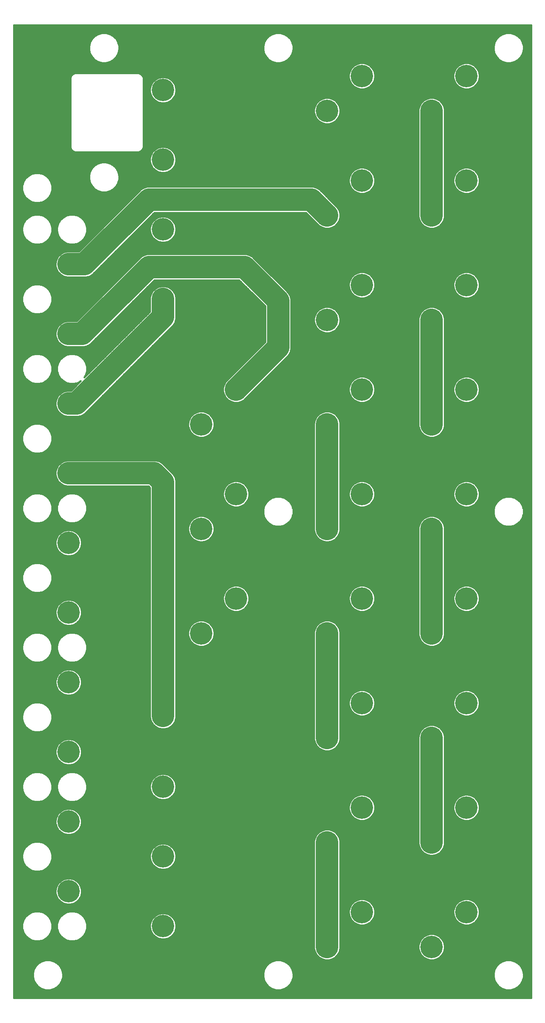
<source format=gbl>
G75*
%MOIN*%
%OFA0B0*%
%FSLAX24Y24*%
%IPPOS*%
%LPD*%
%AMOC8*
5,1,8,0,0,1.08239X$1,22.5*
%
%ADD10C,0.2000*%
%ADD11C,0.0160*%
%ADD12C,0.2000*%
D10*
X011430Y019143D03*
X014530Y019143D03*
X014530Y025343D03*
X011430Y025343D03*
X011430Y031543D03*
X014530Y031543D03*
X014530Y037743D03*
X011430Y037743D03*
X011430Y043943D03*
X014530Y043943D03*
X014530Y050143D03*
X011430Y050143D03*
X011430Y056343D03*
X014530Y056343D03*
X014530Y062543D03*
X011430Y062543D03*
X011430Y068743D03*
X014530Y068743D03*
X014530Y074943D03*
X011430Y074943D03*
X022930Y071843D03*
X022930Y078043D03*
X022930Y084243D03*
X022930Y090443D03*
X029130Y090443D03*
X029130Y084243D03*
X029130Y078043D03*
X029130Y071843D03*
X029430Y063793D03*
X029430Y060693D03*
X026330Y060693D03*
X029430Y054493D03*
X029430Y051393D03*
X026330Y051393D03*
X029430Y045193D03*
X029430Y042093D03*
X026330Y042093D03*
X029130Y034743D03*
X029130Y028443D03*
X029130Y022243D03*
X029130Y016043D03*
X022930Y016043D03*
X022930Y022243D03*
X022930Y028443D03*
X022930Y034743D03*
X037530Y032793D03*
X040630Y032793D03*
X040630Y035893D03*
X040630Y042093D03*
X040630Y045193D03*
X037530Y042093D03*
X037530Y051393D03*
X040630Y051393D03*
X040630Y054493D03*
X040630Y060693D03*
X040630Y063793D03*
X037530Y060693D03*
X037530Y069993D03*
X040630Y069993D03*
X040630Y073093D03*
X040630Y079293D03*
X040630Y082393D03*
X037530Y079293D03*
X037530Y088593D03*
X040630Y088593D03*
X040630Y091693D03*
X046830Y088593D03*
X049930Y088593D03*
X049930Y091693D03*
X049930Y082393D03*
X049930Y079293D03*
X046830Y079293D03*
X049930Y073093D03*
X049930Y069993D03*
X046830Y069993D03*
X049930Y063793D03*
X049930Y060693D03*
X046830Y060693D03*
X049930Y054493D03*
X049930Y051393D03*
X046830Y051393D03*
X049930Y045193D03*
X049930Y042093D03*
X046830Y042093D03*
X049930Y035893D03*
X049930Y032793D03*
X046830Y032793D03*
X049930Y026593D03*
X049930Y023493D03*
X046830Y023493D03*
X049930Y017293D03*
X049930Y014193D03*
X046830Y014193D03*
X040630Y014193D03*
X040630Y017293D03*
X037530Y014193D03*
X037530Y023493D03*
X040630Y023493D03*
X040630Y026593D03*
D11*
X009660Y009673D02*
X009660Y096213D01*
X055700Y096213D01*
X055700Y009673D01*
X009660Y009673D01*
X009660Y009827D02*
X055700Y009827D01*
X055700Y009986D02*
X009660Y009986D01*
X009660Y010144D02*
X055700Y010144D01*
X055700Y010303D02*
X009660Y010303D01*
X009660Y010461D02*
X012154Y010461D01*
X012167Y010454D02*
X012505Y010363D01*
X012855Y010363D01*
X013193Y010454D01*
X013497Y010629D01*
X013744Y010877D01*
X013919Y011180D01*
X014010Y011518D01*
X014010Y011868D01*
X013919Y012207D01*
X013744Y012510D01*
X013497Y012758D01*
X013193Y012933D01*
X012855Y013023D01*
X012505Y013023D01*
X012167Y012933D01*
X011863Y012758D01*
X011616Y012510D01*
X011441Y012207D01*
X011350Y011868D01*
X011350Y011518D01*
X011441Y011180D01*
X011616Y010877D01*
X011863Y010629D01*
X012167Y010454D01*
X011879Y010620D02*
X009660Y010620D01*
X009660Y010778D02*
X011714Y010778D01*
X011581Y010937D02*
X009660Y010937D01*
X009660Y011095D02*
X011490Y011095D01*
X011421Y011254D02*
X009660Y011254D01*
X009660Y011412D02*
X011378Y011412D01*
X011350Y011571D02*
X009660Y011571D01*
X009660Y011729D02*
X011350Y011729D01*
X011355Y011888D02*
X009660Y011888D01*
X009660Y012046D02*
X011398Y012046D01*
X011440Y012205D02*
X009660Y012205D01*
X009660Y012363D02*
X011531Y012363D01*
X011628Y012522D02*
X009660Y012522D01*
X009660Y012680D02*
X011786Y012680D01*
X012004Y012839D02*
X009660Y012839D01*
X009660Y012997D02*
X012408Y012997D01*
X012952Y012997D02*
X032908Y012997D01*
X033005Y013023D02*
X032667Y012933D01*
X032363Y012758D01*
X032116Y012510D01*
X031941Y012207D01*
X031850Y011868D01*
X031850Y011518D01*
X031941Y011180D01*
X032116Y010877D01*
X032363Y010629D01*
X032667Y010454D01*
X033005Y010363D01*
X033355Y010363D01*
X033693Y010454D01*
X033997Y010629D01*
X034244Y010877D01*
X034419Y011180D01*
X034510Y011518D01*
X034510Y011868D01*
X034419Y012207D01*
X034244Y012510D01*
X033997Y012758D01*
X033693Y012933D01*
X033355Y013023D01*
X033005Y013023D01*
X033452Y012997D02*
X053408Y012997D01*
X053505Y013023D02*
X053167Y012933D01*
X052863Y012758D01*
X052616Y012510D01*
X052441Y012207D01*
X052350Y011868D01*
X052350Y011518D01*
X052441Y011180D01*
X052616Y010877D01*
X052863Y010629D01*
X053167Y010454D01*
X053505Y010363D01*
X053855Y010363D01*
X054193Y010454D01*
X054497Y010629D01*
X054744Y010877D01*
X054919Y011180D01*
X055010Y011518D01*
X055010Y011868D01*
X054919Y012207D01*
X054744Y012510D01*
X054497Y012758D01*
X054193Y012933D01*
X053855Y013023D01*
X053505Y013023D01*
X053952Y012997D02*
X055700Y012997D01*
X055700Y012839D02*
X054356Y012839D01*
X054574Y012680D02*
X055700Y012680D01*
X055700Y012522D02*
X054732Y012522D01*
X054829Y012363D02*
X055700Y012363D01*
X055700Y012205D02*
X054920Y012205D01*
X054962Y012046D02*
X055700Y012046D01*
X055700Y011888D02*
X055005Y011888D01*
X055010Y011729D02*
X055700Y011729D01*
X055700Y011571D02*
X055010Y011571D01*
X054982Y011412D02*
X055700Y011412D01*
X055700Y011254D02*
X054939Y011254D01*
X054870Y011095D02*
X055700Y011095D01*
X055700Y010937D02*
X054779Y010937D01*
X054646Y010778D02*
X055700Y010778D01*
X055700Y010620D02*
X054481Y010620D01*
X054206Y010461D02*
X055700Y010461D01*
X053154Y010461D02*
X033706Y010461D01*
X033981Y010620D02*
X052879Y010620D01*
X052714Y010778D02*
X034146Y010778D01*
X034279Y010937D02*
X052581Y010937D01*
X052490Y011095D02*
X034370Y011095D01*
X034439Y011254D02*
X052421Y011254D01*
X052378Y011412D02*
X034482Y011412D01*
X034510Y011571D02*
X052350Y011571D01*
X052350Y011729D02*
X034510Y011729D01*
X034505Y011888D02*
X052355Y011888D01*
X052398Y012046D02*
X034462Y012046D01*
X034420Y012205D02*
X052440Y012205D01*
X052531Y012363D02*
X034329Y012363D01*
X034232Y012522D02*
X052628Y012522D01*
X052786Y012680D02*
X034074Y012680D01*
X033856Y012839D02*
X053004Y012839D01*
X055700Y013156D02*
X047353Y013156D01*
X047278Y013112D02*
X047542Y013265D01*
X047758Y013481D01*
X047911Y013746D01*
X047990Y014041D01*
X047990Y014346D01*
X047911Y014641D01*
X047758Y014906D01*
X047542Y015122D01*
X047278Y015274D01*
X046983Y015353D01*
X046677Y015353D01*
X046382Y015274D01*
X046118Y015122D01*
X045902Y014906D01*
X045749Y014641D01*
X045670Y014346D01*
X045670Y014041D01*
X045749Y013746D01*
X045902Y013481D01*
X046118Y013265D01*
X046382Y013112D01*
X046677Y013033D01*
X046983Y013033D01*
X047278Y013112D01*
X047591Y013314D02*
X055700Y013314D01*
X055700Y013473D02*
X047750Y013473D01*
X047845Y013631D02*
X055700Y013631D01*
X055700Y013790D02*
X047923Y013790D01*
X047965Y013948D02*
X055700Y013948D01*
X055700Y014107D02*
X047990Y014107D01*
X047990Y014265D02*
X055700Y014265D01*
X055700Y014424D02*
X047969Y014424D01*
X047927Y014582D02*
X055700Y014582D01*
X055700Y014741D02*
X047853Y014741D01*
X047762Y014899D02*
X055700Y014899D01*
X055700Y015058D02*
X047606Y015058D01*
X047378Y015216D02*
X055700Y015216D01*
X055700Y015375D02*
X038690Y015375D01*
X038690Y015533D02*
X055700Y015533D01*
X055700Y015692D02*
X038690Y015692D01*
X038690Y015850D02*
X055700Y015850D01*
X055700Y016009D02*
X038690Y016009D01*
X038690Y016167D02*
X040350Y016167D01*
X040477Y016133D02*
X040783Y016133D01*
X041078Y016212D01*
X041342Y016365D01*
X041558Y016581D01*
X041711Y016846D01*
X041790Y017141D01*
X041790Y017446D01*
X041711Y017741D01*
X041558Y018006D01*
X041342Y018222D01*
X041078Y018374D01*
X040783Y018453D01*
X040477Y018453D01*
X040182Y018374D01*
X039918Y018222D01*
X039702Y018006D01*
X039549Y017741D01*
X039470Y017446D01*
X039470Y017141D01*
X039549Y016846D01*
X039702Y016581D01*
X039918Y016365D01*
X040182Y016212D01*
X040477Y016133D01*
X040910Y016167D02*
X049650Y016167D01*
X049777Y016133D02*
X050083Y016133D01*
X050378Y016212D01*
X050642Y016365D01*
X050858Y016581D01*
X051011Y016846D01*
X051090Y017141D01*
X051090Y017446D01*
X051011Y017741D01*
X050858Y018006D01*
X050642Y018222D01*
X050378Y018374D01*
X050083Y018453D01*
X049777Y018453D01*
X049482Y018374D01*
X049218Y018222D01*
X049002Y018006D01*
X048849Y017741D01*
X048770Y017446D01*
X048770Y017141D01*
X048849Y016846D01*
X049002Y016581D01*
X049218Y016365D01*
X049482Y016212D01*
X049777Y016133D01*
X050210Y016167D02*
X055700Y016167D01*
X055700Y016326D02*
X050574Y016326D01*
X050761Y016484D02*
X055700Y016484D01*
X055700Y016643D02*
X050894Y016643D01*
X050985Y016801D02*
X055700Y016801D01*
X055700Y016960D02*
X051042Y016960D01*
X051084Y017118D02*
X055700Y017118D01*
X055700Y017277D02*
X051090Y017277D01*
X051090Y017435D02*
X055700Y017435D01*
X055700Y017594D02*
X051050Y017594D01*
X051004Y017752D02*
X055700Y017752D01*
X055700Y017911D02*
X050913Y017911D01*
X050794Y018069D02*
X055700Y018069D01*
X055700Y018228D02*
X050631Y018228D01*
X050333Y018386D02*
X055700Y018386D01*
X055700Y018545D02*
X038690Y018545D01*
X038690Y018703D02*
X055700Y018703D01*
X055700Y018862D02*
X038690Y018862D01*
X038690Y019020D02*
X055700Y019020D01*
X055700Y019179D02*
X038690Y019179D01*
X038690Y019337D02*
X055700Y019337D01*
X055700Y019496D02*
X038690Y019496D01*
X038690Y019654D02*
X055700Y019654D01*
X055700Y019813D02*
X038690Y019813D01*
X038690Y019971D02*
X055700Y019971D01*
X055700Y020130D02*
X038690Y020130D01*
X038690Y020288D02*
X055700Y020288D01*
X055700Y020447D02*
X038690Y020447D01*
X038690Y020605D02*
X055700Y020605D01*
X055700Y020764D02*
X038690Y020764D01*
X038690Y020922D02*
X055700Y020922D01*
X055700Y021081D02*
X038690Y021081D01*
X038690Y021239D02*
X055700Y021239D01*
X055700Y021398D02*
X038690Y021398D01*
X038690Y021556D02*
X055700Y021556D01*
X055700Y021715D02*
X038690Y021715D01*
X038690Y021873D02*
X055700Y021873D01*
X055700Y022032D02*
X038690Y022032D01*
X038690Y022190D02*
X055700Y022190D01*
X055700Y022349D02*
X047041Y022349D01*
X046983Y022333D02*
X047278Y022412D01*
X047542Y022565D01*
X047758Y022781D01*
X047911Y023046D01*
X047990Y023341D01*
X047990Y032946D01*
X047911Y033241D01*
X047758Y033506D01*
X047542Y033722D01*
X047278Y033874D01*
X046983Y033953D01*
X046677Y033953D01*
X046382Y033874D01*
X046118Y033722D01*
X045902Y033506D01*
X045749Y033241D01*
X045670Y032946D01*
X045670Y023341D01*
X045749Y023046D01*
X045902Y022781D01*
X046118Y022565D01*
X046382Y022412D01*
X046677Y022333D01*
X046983Y022333D01*
X046619Y022349D02*
X038690Y022349D01*
X038690Y022507D02*
X046218Y022507D01*
X046017Y022666D02*
X038690Y022666D01*
X038690Y022824D02*
X045877Y022824D01*
X045785Y022983D02*
X038690Y022983D01*
X038690Y023141D02*
X045723Y023141D01*
X045681Y023300D02*
X038690Y023300D01*
X038690Y023458D02*
X045670Y023458D01*
X045670Y023617D02*
X038690Y023617D01*
X038690Y023646D02*
X038611Y023941D01*
X038458Y024206D01*
X038242Y024422D01*
X037978Y024574D01*
X037683Y024653D01*
X037377Y024653D01*
X037082Y024574D01*
X036818Y024422D01*
X036602Y024206D01*
X036449Y023941D01*
X036370Y023646D01*
X036370Y014041D01*
X036449Y013746D01*
X036602Y013481D01*
X036818Y013265D01*
X037082Y013112D01*
X037377Y013033D01*
X037683Y013033D01*
X037978Y013112D01*
X038242Y013265D01*
X038458Y013481D01*
X038611Y013746D01*
X038690Y014041D01*
X038690Y023646D01*
X038655Y023775D02*
X045670Y023775D01*
X045670Y023934D02*
X038613Y023934D01*
X038524Y024092D02*
X045670Y024092D01*
X045670Y024251D02*
X038413Y024251D01*
X038254Y024409D02*
X045670Y024409D01*
X045670Y024568D02*
X037989Y024568D01*
X037071Y024568D02*
X015395Y024568D01*
X015458Y024631D02*
X015242Y024415D01*
X014978Y024262D01*
X014683Y024183D01*
X014377Y024183D01*
X014082Y024262D01*
X013818Y024415D01*
X013602Y024631D01*
X013449Y024896D01*
X013370Y025191D01*
X013370Y025496D01*
X013449Y025791D01*
X013602Y026056D01*
X013818Y026272D01*
X014082Y026424D01*
X014377Y026503D01*
X014683Y026503D01*
X014978Y026424D01*
X015242Y026272D01*
X015458Y026056D01*
X015611Y025791D01*
X015690Y025496D01*
X015690Y025191D01*
X015611Y024896D01*
X015458Y024631D01*
X015513Y024726D02*
X045670Y024726D01*
X045670Y024885D02*
X015605Y024885D01*
X015651Y025043D02*
X045670Y025043D01*
X045670Y025202D02*
X015690Y025202D01*
X015690Y025360D02*
X045670Y025360D01*
X045670Y025519D02*
X041089Y025519D01*
X041078Y025512D02*
X041342Y025665D01*
X041558Y025881D01*
X041711Y026146D01*
X041790Y026441D01*
X041790Y026746D01*
X041711Y027041D01*
X041558Y027306D01*
X041342Y027522D01*
X041078Y027674D01*
X040783Y027753D01*
X040477Y027753D01*
X040182Y027674D01*
X039918Y027522D01*
X039702Y027306D01*
X039549Y027041D01*
X039470Y026746D01*
X039470Y026441D01*
X039549Y026146D01*
X039702Y025881D01*
X039918Y025665D01*
X040182Y025512D01*
X040477Y025433D01*
X040783Y025433D01*
X041078Y025512D01*
X041355Y025677D02*
X045670Y025677D01*
X045670Y025836D02*
X041513Y025836D01*
X041624Y025994D02*
X045670Y025994D01*
X045670Y026153D02*
X041713Y026153D01*
X041755Y026311D02*
X045670Y026311D01*
X045670Y026470D02*
X041790Y026470D01*
X041790Y026628D02*
X045670Y026628D01*
X045670Y026787D02*
X041779Y026787D01*
X041737Y026945D02*
X045670Y026945D01*
X045670Y027104D02*
X041675Y027104D01*
X041583Y027262D02*
X045670Y027262D01*
X045670Y027421D02*
X041443Y027421D01*
X041242Y027579D02*
X045670Y027579D01*
X045670Y027738D02*
X040840Y027738D01*
X040420Y027738D02*
X023862Y027738D01*
X023858Y027731D02*
X024011Y027996D01*
X024090Y028291D01*
X024090Y028596D01*
X024011Y028891D01*
X023858Y029156D01*
X023642Y029372D01*
X023378Y029524D01*
X023083Y029603D01*
X022777Y029603D01*
X022482Y029524D01*
X022218Y029372D01*
X022002Y029156D01*
X021849Y028891D01*
X021770Y028596D01*
X021770Y028291D01*
X021849Y027996D01*
X022002Y027731D01*
X022218Y027515D01*
X022482Y027362D01*
X022777Y027283D01*
X023083Y027283D01*
X023378Y027362D01*
X023642Y027515D01*
X023858Y027731D01*
X023954Y027896D02*
X045670Y027896D01*
X045670Y028055D02*
X024027Y028055D01*
X024069Y028213D02*
X045670Y028213D01*
X045670Y028372D02*
X024090Y028372D01*
X024090Y028530D02*
X045670Y028530D01*
X045670Y028689D02*
X024065Y028689D01*
X024023Y028847D02*
X045670Y028847D01*
X045670Y029006D02*
X023945Y029006D01*
X023849Y029164D02*
X045670Y029164D01*
X045670Y029323D02*
X023691Y029323D01*
X023452Y029481D02*
X045670Y029481D01*
X045670Y029640D02*
X015418Y029640D01*
X015343Y029683D02*
X015005Y029773D01*
X014655Y029773D01*
X014317Y029683D01*
X014013Y029508D01*
X013766Y029260D01*
X013591Y028957D01*
X013500Y028618D01*
X013500Y028268D01*
X013591Y027930D01*
X013766Y027627D01*
X014013Y027379D01*
X014317Y027204D01*
X014655Y027113D01*
X015005Y027113D01*
X015343Y027204D01*
X015647Y027379D01*
X015894Y027627D01*
X016069Y027930D01*
X016160Y028268D01*
X016160Y028618D01*
X016069Y028957D01*
X015894Y029260D01*
X015647Y029508D01*
X015343Y029683D01*
X015673Y029481D02*
X022408Y029481D01*
X022169Y029323D02*
X015831Y029323D01*
X015949Y029164D02*
X022011Y029164D01*
X021915Y029006D02*
X016041Y029006D01*
X016099Y028847D02*
X021837Y028847D01*
X021795Y028689D02*
X016141Y028689D01*
X016160Y028530D02*
X021770Y028530D01*
X021770Y028372D02*
X016160Y028372D01*
X016145Y028213D02*
X021791Y028213D01*
X021833Y028055D02*
X016103Y028055D01*
X016050Y027896D02*
X021906Y027896D01*
X021998Y027738D02*
X015958Y027738D01*
X015847Y027579D02*
X022153Y027579D01*
X022381Y027421D02*
X015688Y027421D01*
X015444Y027262D02*
X039677Y027262D01*
X039585Y027104D02*
X009660Y027104D01*
X009660Y027262D02*
X011116Y027262D01*
X011217Y027204D02*
X011555Y027113D01*
X011905Y027113D01*
X012243Y027204D01*
X012547Y027379D01*
X012794Y027627D01*
X012969Y027930D01*
X013060Y028268D01*
X013060Y028618D01*
X012969Y028957D01*
X012794Y029260D01*
X012547Y029508D01*
X012243Y029683D01*
X011905Y029773D01*
X011555Y029773D01*
X011217Y029683D01*
X010913Y029508D01*
X010666Y029260D01*
X010491Y028957D01*
X010400Y028618D01*
X010400Y028268D01*
X010491Y027930D01*
X010666Y027627D01*
X010913Y027379D01*
X011217Y027204D01*
X010872Y027421D02*
X009660Y027421D01*
X009660Y027579D02*
X010713Y027579D01*
X010602Y027738D02*
X009660Y027738D01*
X009660Y027896D02*
X010510Y027896D01*
X010457Y028055D02*
X009660Y028055D01*
X009660Y028213D02*
X010415Y028213D01*
X010400Y028372D02*
X009660Y028372D01*
X009660Y028530D02*
X010400Y028530D01*
X010419Y028689D02*
X009660Y028689D01*
X009660Y028847D02*
X010461Y028847D01*
X010519Y029006D02*
X009660Y029006D01*
X009660Y029164D02*
X010611Y029164D01*
X010729Y029323D02*
X009660Y029323D01*
X009660Y029481D02*
X010887Y029481D01*
X011142Y029640D02*
X009660Y029640D01*
X009660Y029798D02*
X045670Y029798D01*
X045670Y029957D02*
X009660Y029957D01*
X009660Y030115D02*
X045670Y030115D01*
X045670Y030274D02*
X009660Y030274D01*
X009660Y030432D02*
X014194Y030432D01*
X014082Y030462D02*
X014377Y030383D01*
X014683Y030383D01*
X014978Y030462D01*
X015242Y030615D01*
X015458Y030831D01*
X015611Y031096D01*
X015690Y031391D01*
X015690Y031696D01*
X015611Y031991D01*
X015458Y032256D01*
X015242Y032472D01*
X014978Y032624D01*
X014683Y032703D01*
X014377Y032703D01*
X014082Y032624D01*
X013818Y032472D01*
X013602Y032256D01*
X013449Y031991D01*
X013370Y031696D01*
X013370Y031391D01*
X013449Y031096D01*
X013602Y030831D01*
X013818Y030615D01*
X014082Y030462D01*
X013860Y030591D02*
X009660Y030591D01*
X009660Y030749D02*
X013683Y030749D01*
X013557Y030908D02*
X009660Y030908D01*
X009660Y031066D02*
X013466Y031066D01*
X013414Y031225D02*
X009660Y031225D01*
X009660Y031383D02*
X013372Y031383D01*
X013370Y031542D02*
X009660Y031542D01*
X009660Y031700D02*
X013371Y031700D01*
X013414Y031859D02*
X009660Y031859D01*
X009660Y032017D02*
X013464Y032017D01*
X013556Y032176D02*
X009660Y032176D01*
X009660Y032334D02*
X013681Y032334D01*
X013855Y032493D02*
X009660Y032493D01*
X009660Y032651D02*
X014183Y032651D01*
X014877Y032651D02*
X036370Y032651D01*
X036370Y032641D02*
X036449Y032346D01*
X036602Y032081D01*
X036818Y031865D01*
X037082Y031712D01*
X037377Y031633D01*
X037683Y031633D01*
X037978Y031712D01*
X038242Y031865D01*
X038458Y032081D01*
X038611Y032346D01*
X038690Y032641D01*
X038690Y042246D01*
X038611Y042541D01*
X038458Y042806D01*
X038242Y043022D01*
X037978Y043174D01*
X037683Y043253D01*
X037377Y043253D01*
X037082Y043174D01*
X036818Y043022D01*
X036602Y042806D01*
X036449Y042541D01*
X036370Y042246D01*
X036370Y032641D01*
X036410Y032493D02*
X015205Y032493D01*
X015379Y032334D02*
X036456Y032334D01*
X036547Y032176D02*
X015504Y032176D01*
X015596Y032017D02*
X036665Y032017D01*
X036829Y031859D02*
X015646Y031859D01*
X015689Y031700D02*
X037127Y031700D01*
X037933Y031700D02*
X045670Y031700D01*
X045670Y031542D02*
X015690Y031542D01*
X015688Y031383D02*
X045670Y031383D01*
X045670Y031225D02*
X015646Y031225D01*
X015594Y031066D02*
X045670Y031066D01*
X045670Y030908D02*
X015503Y030908D01*
X015377Y030749D02*
X045670Y030749D01*
X045670Y030591D02*
X015200Y030591D01*
X014866Y030432D02*
X045670Y030432D01*
X045670Y031859D02*
X038231Y031859D01*
X038395Y032017D02*
X045670Y032017D01*
X045670Y032176D02*
X038513Y032176D01*
X038604Y032334D02*
X045670Y032334D01*
X045670Y032493D02*
X038650Y032493D01*
X038690Y032651D02*
X045670Y032651D01*
X045670Y032810D02*
X038690Y032810D01*
X038690Y032968D02*
X045676Y032968D01*
X045718Y033127D02*
X038690Y033127D01*
X038690Y033285D02*
X045775Y033285D01*
X045866Y033444D02*
X038690Y033444D01*
X038690Y033602D02*
X045999Y033602D01*
X046186Y033761D02*
X038690Y033761D01*
X038690Y033919D02*
X046551Y033919D01*
X047109Y033919D02*
X055700Y033919D01*
X055700Y033761D02*
X047474Y033761D01*
X047661Y033602D02*
X055700Y033602D01*
X055700Y033444D02*
X047794Y033444D01*
X047885Y033285D02*
X055700Y033285D01*
X055700Y033127D02*
X047942Y033127D01*
X047984Y032968D02*
X055700Y032968D01*
X055700Y032810D02*
X047990Y032810D01*
X047990Y032651D02*
X055700Y032651D01*
X055700Y032493D02*
X047990Y032493D01*
X047990Y032334D02*
X055700Y032334D01*
X055700Y032176D02*
X047990Y032176D01*
X047990Y032017D02*
X055700Y032017D01*
X055700Y031859D02*
X047990Y031859D01*
X047990Y031700D02*
X055700Y031700D01*
X055700Y031542D02*
X047990Y031542D01*
X047990Y031383D02*
X055700Y031383D01*
X055700Y031225D02*
X047990Y031225D01*
X047990Y031066D02*
X055700Y031066D01*
X055700Y030908D02*
X047990Y030908D01*
X047990Y030749D02*
X055700Y030749D01*
X055700Y030591D02*
X047990Y030591D01*
X047990Y030432D02*
X055700Y030432D01*
X055700Y030274D02*
X047990Y030274D01*
X047990Y030115D02*
X055700Y030115D01*
X055700Y029957D02*
X047990Y029957D01*
X047990Y029798D02*
X055700Y029798D01*
X055700Y029640D02*
X047990Y029640D01*
X047990Y029481D02*
X055700Y029481D01*
X055700Y029323D02*
X047990Y029323D01*
X047990Y029164D02*
X055700Y029164D01*
X055700Y029006D02*
X047990Y029006D01*
X047990Y028847D02*
X055700Y028847D01*
X055700Y028689D02*
X047990Y028689D01*
X047990Y028530D02*
X055700Y028530D01*
X055700Y028372D02*
X047990Y028372D01*
X047990Y028213D02*
X055700Y028213D01*
X055700Y028055D02*
X047990Y028055D01*
X047990Y027896D02*
X055700Y027896D01*
X055700Y027738D02*
X050140Y027738D01*
X050083Y027753D02*
X049777Y027753D01*
X049482Y027674D01*
X049218Y027522D01*
X049002Y027306D01*
X048849Y027041D01*
X048770Y026746D01*
X048770Y026441D01*
X048849Y026146D01*
X049002Y025881D01*
X049218Y025665D01*
X049482Y025512D01*
X049777Y025433D01*
X050083Y025433D01*
X050378Y025512D01*
X050642Y025665D01*
X050858Y025881D01*
X051011Y026146D01*
X051090Y026441D01*
X051090Y026746D01*
X051011Y027041D01*
X050858Y027306D01*
X050642Y027522D01*
X050378Y027674D01*
X050083Y027753D01*
X049720Y027738D02*
X047990Y027738D01*
X047990Y027579D02*
X049318Y027579D01*
X049117Y027421D02*
X047990Y027421D01*
X047990Y027262D02*
X048977Y027262D01*
X048885Y027104D02*
X047990Y027104D01*
X047990Y026945D02*
X048823Y026945D01*
X048781Y026787D02*
X047990Y026787D01*
X047990Y026628D02*
X048770Y026628D01*
X048770Y026470D02*
X047990Y026470D01*
X047990Y026311D02*
X048805Y026311D01*
X048847Y026153D02*
X047990Y026153D01*
X047990Y025994D02*
X048936Y025994D01*
X049047Y025836D02*
X047990Y025836D01*
X047990Y025677D02*
X049205Y025677D01*
X049471Y025519D02*
X047990Y025519D01*
X047990Y025360D02*
X055700Y025360D01*
X055700Y025202D02*
X047990Y025202D01*
X047990Y025043D02*
X055700Y025043D01*
X055700Y024885D02*
X047990Y024885D01*
X047990Y024726D02*
X055700Y024726D01*
X055700Y024568D02*
X047990Y024568D01*
X047990Y024409D02*
X055700Y024409D01*
X055700Y024251D02*
X047990Y024251D01*
X047990Y024092D02*
X055700Y024092D01*
X055700Y023934D02*
X047990Y023934D01*
X047990Y023775D02*
X055700Y023775D01*
X055700Y023617D02*
X047990Y023617D01*
X047990Y023458D02*
X055700Y023458D01*
X055700Y023300D02*
X047979Y023300D01*
X047937Y023141D02*
X055700Y023141D01*
X055700Y022983D02*
X047875Y022983D01*
X047783Y022824D02*
X055700Y022824D01*
X055700Y022666D02*
X047643Y022666D01*
X047442Y022507D02*
X055700Y022507D01*
X055700Y025519D02*
X050389Y025519D01*
X050655Y025677D02*
X055700Y025677D01*
X055700Y025836D02*
X050813Y025836D01*
X050924Y025994D02*
X055700Y025994D01*
X055700Y026153D02*
X051013Y026153D01*
X051055Y026311D02*
X055700Y026311D01*
X055700Y026470D02*
X051090Y026470D01*
X051090Y026628D02*
X055700Y026628D01*
X055700Y026787D02*
X051079Y026787D01*
X051037Y026945D02*
X055700Y026945D01*
X055700Y027104D02*
X050975Y027104D01*
X050883Y027262D02*
X055700Y027262D01*
X055700Y027421D02*
X050743Y027421D01*
X050542Y027579D02*
X055700Y027579D01*
X055700Y034078D02*
X038690Y034078D01*
X038690Y034236D02*
X055700Y034236D01*
X055700Y034395D02*
X038690Y034395D01*
X038690Y034553D02*
X055700Y034553D01*
X055700Y034712D02*
X038690Y034712D01*
X038690Y034870D02*
X040082Y034870D01*
X040182Y034812D02*
X040477Y034733D01*
X040783Y034733D01*
X041078Y034812D01*
X041342Y034965D01*
X041558Y035181D01*
X041711Y035446D01*
X041790Y035741D01*
X041790Y036046D01*
X041711Y036341D01*
X041558Y036606D01*
X041342Y036822D01*
X041078Y036974D01*
X040783Y037053D01*
X040477Y037053D01*
X040182Y036974D01*
X039918Y036822D01*
X039702Y036606D01*
X039549Y036341D01*
X039470Y036046D01*
X039470Y035741D01*
X039549Y035446D01*
X039702Y035181D01*
X039918Y034965D01*
X040182Y034812D01*
X039854Y035029D02*
X038690Y035029D01*
X038690Y035187D02*
X039698Y035187D01*
X039607Y035346D02*
X038690Y035346D01*
X038690Y035504D02*
X039533Y035504D01*
X039491Y035663D02*
X038690Y035663D01*
X038690Y035821D02*
X039470Y035821D01*
X039470Y035980D02*
X038690Y035980D01*
X038690Y036138D02*
X039495Y036138D01*
X039537Y036297D02*
X038690Y036297D01*
X038690Y036455D02*
X039615Y036455D01*
X039710Y036614D02*
X038690Y036614D01*
X038690Y036772D02*
X039869Y036772D01*
X040107Y036931D02*
X038690Y036931D01*
X038690Y037089D02*
X055700Y037089D01*
X055700Y036931D02*
X050453Y036931D01*
X050378Y036974D02*
X050083Y037053D01*
X049777Y037053D01*
X049482Y036974D01*
X049218Y036822D01*
X049002Y036606D01*
X048849Y036341D01*
X048770Y036046D01*
X048770Y035741D01*
X048849Y035446D01*
X049002Y035181D01*
X049218Y034965D01*
X049482Y034812D01*
X049777Y034733D01*
X050083Y034733D01*
X050378Y034812D01*
X050642Y034965D01*
X050858Y035181D01*
X051011Y035446D01*
X051090Y035741D01*
X051090Y036046D01*
X051011Y036341D01*
X050858Y036606D01*
X050642Y036822D01*
X050378Y036974D01*
X050691Y036772D02*
X055700Y036772D01*
X055700Y036614D02*
X050850Y036614D01*
X050945Y036455D02*
X055700Y036455D01*
X055700Y036297D02*
X051023Y036297D01*
X051065Y036138D02*
X055700Y036138D01*
X055700Y035980D02*
X051090Y035980D01*
X051090Y035821D02*
X055700Y035821D01*
X055700Y035663D02*
X051069Y035663D01*
X051027Y035504D02*
X055700Y035504D01*
X055700Y035346D02*
X050953Y035346D01*
X050862Y035187D02*
X055700Y035187D01*
X055700Y035029D02*
X050706Y035029D01*
X050478Y034870D02*
X055700Y034870D01*
X055700Y037248D02*
X038690Y037248D01*
X038690Y037406D02*
X055700Y037406D01*
X055700Y037565D02*
X038690Y037565D01*
X038690Y037723D02*
X055700Y037723D01*
X055700Y037882D02*
X038690Y037882D01*
X038690Y038040D02*
X055700Y038040D01*
X055700Y038199D02*
X038690Y038199D01*
X038690Y038357D02*
X055700Y038357D01*
X055700Y038516D02*
X038690Y038516D01*
X038690Y038674D02*
X055700Y038674D01*
X055700Y038833D02*
X038690Y038833D01*
X038690Y038991D02*
X055700Y038991D01*
X055700Y039150D02*
X038690Y039150D01*
X038690Y039308D02*
X055700Y039308D01*
X055700Y039467D02*
X038690Y039467D01*
X038690Y039625D02*
X055700Y039625D01*
X055700Y039784D02*
X038690Y039784D01*
X038690Y039942D02*
X055700Y039942D01*
X055700Y040101D02*
X038690Y040101D01*
X038690Y040259D02*
X055700Y040259D01*
X055700Y040418D02*
X038690Y040418D01*
X038690Y040576D02*
X055700Y040576D01*
X055700Y040735D02*
X038690Y040735D01*
X038690Y040893D02*
X055700Y040893D01*
X055700Y041052D02*
X047346Y041052D01*
X047278Y041012D02*
X047542Y041165D01*
X047758Y041381D01*
X047911Y041646D01*
X047990Y041941D01*
X047990Y051546D01*
X047911Y051841D01*
X047758Y052106D01*
X047542Y052322D01*
X047278Y052474D01*
X046983Y052553D01*
X046677Y052553D01*
X046382Y052474D01*
X046118Y052322D01*
X045902Y052106D01*
X045749Y051841D01*
X045670Y051546D01*
X045670Y041941D01*
X045749Y041646D01*
X045902Y041381D01*
X046118Y041165D01*
X046382Y041012D01*
X046677Y040933D01*
X046983Y040933D01*
X047278Y041012D01*
X047588Y041210D02*
X055700Y041210D01*
X055700Y041369D02*
X047746Y041369D01*
X047843Y041527D02*
X055700Y041527D01*
X055700Y041686D02*
X047922Y041686D01*
X047964Y041844D02*
X055700Y041844D01*
X055700Y042003D02*
X047990Y042003D01*
X047990Y042161D02*
X055700Y042161D01*
X055700Y042320D02*
X047990Y042320D01*
X047990Y042478D02*
X055700Y042478D01*
X055700Y042637D02*
X047990Y042637D01*
X047990Y042795D02*
X055700Y042795D01*
X055700Y042954D02*
X047990Y042954D01*
X047990Y043112D02*
X055700Y043112D01*
X055700Y043271D02*
X047990Y043271D01*
X047990Y043429D02*
X055700Y043429D01*
X055700Y043588D02*
X047990Y043588D01*
X047990Y043746D02*
X055700Y043746D01*
X055700Y043905D02*
X047990Y043905D01*
X047990Y044063D02*
X049665Y044063D01*
X049777Y044033D02*
X050083Y044033D01*
X050378Y044112D01*
X050642Y044265D01*
X050858Y044481D01*
X051011Y044746D01*
X051090Y045041D01*
X051090Y045346D01*
X051011Y045641D01*
X050858Y045906D01*
X050642Y046122D01*
X050378Y046274D01*
X050083Y046353D01*
X049777Y046353D01*
X049482Y046274D01*
X049218Y046122D01*
X049002Y045906D01*
X048849Y045641D01*
X048770Y045346D01*
X048770Y045041D01*
X048849Y044746D01*
X049002Y044481D01*
X049218Y044265D01*
X049482Y044112D01*
X049777Y044033D01*
X050195Y044063D02*
X055700Y044063D01*
X055700Y044222D02*
X050567Y044222D01*
X050758Y044380D02*
X055700Y044380D01*
X055700Y044539D02*
X050892Y044539D01*
X050983Y044697D02*
X055700Y044697D01*
X055700Y044856D02*
X051041Y044856D01*
X051083Y045014D02*
X055700Y045014D01*
X055700Y045173D02*
X051090Y045173D01*
X051090Y045331D02*
X055700Y045331D01*
X055700Y045490D02*
X051051Y045490D01*
X051007Y045648D02*
X055700Y045648D01*
X055700Y045807D02*
X050915Y045807D01*
X050798Y045965D02*
X055700Y045965D01*
X055700Y046124D02*
X050638Y046124D01*
X050347Y046282D02*
X055700Y046282D01*
X055700Y046441D02*
X047990Y046441D01*
X047990Y046599D02*
X055700Y046599D01*
X055700Y046758D02*
X047990Y046758D01*
X047990Y046916D02*
X055700Y046916D01*
X055700Y047075D02*
X047990Y047075D01*
X047990Y047233D02*
X055700Y047233D01*
X055700Y047392D02*
X047990Y047392D01*
X047990Y047550D02*
X055700Y047550D01*
X055700Y047709D02*
X047990Y047709D01*
X047990Y047867D02*
X055700Y047867D01*
X055700Y048026D02*
X047990Y048026D01*
X047990Y048184D02*
X055700Y048184D01*
X055700Y048343D02*
X047990Y048343D01*
X047990Y048501D02*
X055700Y048501D01*
X055700Y048660D02*
X047990Y048660D01*
X047990Y048818D02*
X055700Y048818D01*
X055700Y048977D02*
X047990Y048977D01*
X047990Y049135D02*
X055700Y049135D01*
X055700Y049294D02*
X047990Y049294D01*
X047990Y049452D02*
X055700Y049452D01*
X055700Y049611D02*
X047990Y049611D01*
X047990Y049769D02*
X055700Y049769D01*
X055700Y049928D02*
X047990Y049928D01*
X047990Y050086D02*
X055700Y050086D01*
X055700Y050245D02*
X047990Y050245D01*
X047990Y050403D02*
X055700Y050403D01*
X055700Y050562D02*
X047990Y050562D01*
X047990Y050720D02*
X055700Y050720D01*
X055700Y050879D02*
X047990Y050879D01*
X047990Y051037D02*
X055700Y051037D01*
X055700Y051196D02*
X047990Y051196D01*
X047990Y051354D02*
X055700Y051354D01*
X055700Y051513D02*
X047990Y051513D01*
X047956Y051671D02*
X053288Y051671D01*
X053167Y051704D02*
X053505Y051613D01*
X053855Y051613D01*
X054193Y051704D01*
X054497Y051879D01*
X054744Y052127D01*
X054919Y052430D01*
X055010Y052768D01*
X055010Y053118D01*
X054919Y053457D01*
X054744Y053760D01*
X054497Y054008D01*
X054193Y054183D01*
X053855Y054273D01*
X053505Y054273D01*
X053167Y054183D01*
X052863Y054008D01*
X052616Y053760D01*
X052441Y053457D01*
X052350Y053118D01*
X052350Y052768D01*
X052441Y052430D01*
X052616Y052127D01*
X052863Y051879D01*
X053167Y051704D01*
X052949Y051830D02*
X047914Y051830D01*
X047826Y051988D02*
X052754Y051988D01*
X052604Y052147D02*
X047717Y052147D01*
X047558Y052305D02*
X052513Y052305D01*
X052432Y052464D02*
X047296Y052464D01*
X046364Y052464D02*
X038690Y052464D01*
X038690Y052622D02*
X052389Y052622D01*
X052350Y052781D02*
X038690Y052781D01*
X038690Y052939D02*
X052350Y052939D01*
X052350Y053098D02*
X038690Y053098D01*
X038690Y053256D02*
X052387Y053256D01*
X052429Y053415D02*
X050382Y053415D01*
X050378Y053412D02*
X050642Y053565D01*
X050858Y053781D01*
X051011Y054046D01*
X051090Y054341D01*
X051090Y054646D01*
X051011Y054941D01*
X050858Y055206D01*
X050642Y055422D01*
X050378Y055574D01*
X050083Y055653D01*
X049777Y055653D01*
X049482Y055574D01*
X049218Y055422D01*
X049002Y055206D01*
X048849Y054941D01*
X048770Y054646D01*
X048770Y054341D01*
X048849Y054046D01*
X049002Y053781D01*
X049218Y053565D01*
X049482Y053412D01*
X049777Y053333D01*
X050083Y053333D01*
X050378Y053412D01*
X050651Y053573D02*
X052508Y053573D01*
X052600Y053732D02*
X050809Y053732D01*
X050921Y053890D02*
X052746Y053890D01*
X052935Y054049D02*
X051012Y054049D01*
X051054Y054207D02*
X053259Y054207D01*
X054101Y054207D02*
X055700Y054207D01*
X055700Y054049D02*
X054425Y054049D01*
X054614Y053890D02*
X055700Y053890D01*
X055700Y053732D02*
X054760Y053732D01*
X054852Y053573D02*
X055700Y053573D01*
X055700Y053415D02*
X054931Y053415D01*
X054973Y053256D02*
X055700Y053256D01*
X055700Y053098D02*
X055010Y053098D01*
X055010Y052939D02*
X055700Y052939D01*
X055700Y052781D02*
X055010Y052781D01*
X054971Y052622D02*
X055700Y052622D01*
X055700Y052464D02*
X054928Y052464D01*
X054847Y052305D02*
X055700Y052305D01*
X055700Y052147D02*
X054756Y052147D01*
X054606Y051988D02*
X055700Y051988D01*
X055700Y051830D02*
X054411Y051830D01*
X054072Y051671D02*
X055700Y051671D01*
X055700Y054366D02*
X051090Y054366D01*
X051090Y054524D02*
X055700Y054524D01*
X055700Y054683D02*
X051080Y054683D01*
X051038Y054841D02*
X055700Y054841D01*
X055700Y055000D02*
X050977Y055000D01*
X050885Y055158D02*
X055700Y055158D01*
X055700Y055317D02*
X050747Y055317D01*
X050549Y055475D02*
X055700Y055475D01*
X055700Y055634D02*
X050155Y055634D01*
X049705Y055634D02*
X040855Y055634D01*
X040783Y055653D02*
X040477Y055653D01*
X040182Y055574D01*
X039918Y055422D01*
X039702Y055206D01*
X039549Y054941D01*
X039470Y054646D01*
X039470Y054341D01*
X039549Y054046D01*
X039702Y053781D01*
X039918Y053565D01*
X040182Y053412D01*
X040477Y053333D01*
X040783Y053333D01*
X041078Y053412D01*
X041342Y053565D01*
X041558Y053781D01*
X041711Y054046D01*
X041790Y054341D01*
X041790Y054646D01*
X041711Y054941D01*
X041558Y055206D01*
X041342Y055422D01*
X041078Y055574D01*
X040783Y055653D01*
X040405Y055634D02*
X038690Y055634D01*
X038690Y055792D02*
X055700Y055792D01*
X055700Y055951D02*
X038690Y055951D01*
X038690Y056109D02*
X055700Y056109D01*
X055700Y056268D02*
X038690Y056268D01*
X038690Y056426D02*
X055700Y056426D01*
X055700Y056585D02*
X038690Y056585D01*
X038690Y056743D02*
X055700Y056743D01*
X055700Y056902D02*
X038690Y056902D01*
X038690Y057060D02*
X055700Y057060D01*
X055700Y057219D02*
X038690Y057219D01*
X038690Y057377D02*
X055700Y057377D01*
X055700Y057536D02*
X038690Y057536D01*
X038690Y057694D02*
X055700Y057694D01*
X055700Y057853D02*
X038690Y057853D01*
X038690Y058011D02*
X055700Y058011D01*
X055700Y058170D02*
X038690Y058170D01*
X038690Y058328D02*
X055700Y058328D01*
X055700Y058487D02*
X038690Y058487D01*
X038690Y058645D02*
X055700Y058645D01*
X055700Y058804D02*
X038690Y058804D01*
X038690Y058962D02*
X055700Y058962D01*
X055700Y059121D02*
X038690Y059121D01*
X038690Y059279D02*
X055700Y059279D01*
X055700Y059438D02*
X038690Y059438D01*
X038690Y059596D02*
X046442Y059596D01*
X046382Y059612D02*
X046677Y059533D01*
X046983Y059533D01*
X047278Y059612D01*
X047542Y059765D01*
X047758Y059981D01*
X047911Y060246D01*
X047990Y060541D01*
X047990Y070146D01*
X047911Y070441D01*
X047758Y070706D01*
X047542Y070922D01*
X047278Y071074D01*
X046983Y071153D01*
X046677Y071153D01*
X046382Y071074D01*
X046118Y070922D01*
X045902Y070706D01*
X045749Y070441D01*
X045670Y070146D01*
X045670Y060541D01*
X045749Y060246D01*
X045902Y059981D01*
X046118Y059765D01*
X046382Y059612D01*
X046135Y059755D02*
X038690Y059755D01*
X038690Y059913D02*
X045969Y059913D01*
X045849Y060072D02*
X038690Y060072D01*
X038690Y060230D02*
X045758Y060230D01*
X045711Y060389D02*
X038690Y060389D01*
X038690Y060547D02*
X045670Y060547D01*
X045670Y060706D02*
X038690Y060706D01*
X038690Y060846D02*
X038611Y061141D01*
X038458Y061406D01*
X038242Y061622D01*
X037978Y061774D01*
X037683Y061853D01*
X037377Y061853D01*
X037082Y061774D01*
X036818Y061622D01*
X036602Y061406D01*
X036449Y061141D01*
X036370Y060846D01*
X036370Y051241D01*
X036449Y050946D01*
X036602Y050681D01*
X036818Y050465D01*
X037082Y050312D01*
X037377Y050233D01*
X037683Y050233D01*
X037978Y050312D01*
X038242Y050465D01*
X038458Y050681D01*
X038611Y050946D01*
X038690Y051241D01*
X038690Y060846D01*
X038685Y060864D02*
X045670Y060864D01*
X045670Y061023D02*
X038643Y061023D01*
X038588Y061181D02*
X045670Y061181D01*
X045670Y061340D02*
X038496Y061340D01*
X038365Y061498D02*
X045670Y061498D01*
X045670Y061657D02*
X038181Y061657D01*
X037824Y061815D02*
X045670Y061815D01*
X045670Y061974D02*
X016301Y061974D01*
X016460Y062132D02*
X045670Y062132D01*
X045670Y062291D02*
X016618Y062291D01*
X016777Y062449D02*
X045670Y062449D01*
X045670Y062608D02*
X016935Y062608D01*
X017094Y062766D02*
X028889Y062766D01*
X028982Y062712D02*
X029277Y062633D01*
X029583Y062633D01*
X029878Y062712D01*
X030142Y062865D01*
X030358Y063081D01*
X034108Y066831D01*
X034261Y067096D01*
X034340Y067391D01*
X034340Y071846D01*
X034261Y072141D01*
X034108Y072406D01*
X033892Y072622D01*
X031108Y075406D01*
X030892Y075622D01*
X030628Y075774D01*
X030333Y075853D01*
X021527Y075853D01*
X021232Y075774D01*
X020968Y075622D01*
X020752Y075406D01*
X015250Y069903D01*
X014377Y069903D01*
X014082Y069824D01*
X013818Y069672D01*
X013602Y069456D01*
X013449Y069191D01*
X013370Y068896D01*
X013370Y068591D01*
X013449Y068296D01*
X013602Y068031D01*
X013818Y067815D01*
X014082Y067662D01*
X014377Y067583D01*
X015883Y067583D01*
X016178Y067662D01*
X016442Y067815D01*
X022160Y073533D01*
X029700Y073533D01*
X032020Y071213D01*
X032020Y068024D01*
X028718Y064722D01*
X028718Y064722D01*
X028502Y064506D01*
X028349Y064241D01*
X028270Y063946D01*
X028270Y063641D01*
X028349Y063346D01*
X028502Y063081D01*
X028718Y062865D01*
X028982Y062712D01*
X028658Y062925D02*
X017252Y062925D01*
X017411Y063083D02*
X028500Y063083D01*
X028409Y063242D02*
X017569Y063242D01*
X017728Y063400D02*
X028334Y063400D01*
X028292Y063559D02*
X017886Y063559D01*
X018045Y063717D02*
X028270Y063717D01*
X028270Y063876D02*
X018203Y063876D01*
X018362Y064034D02*
X028294Y064034D01*
X028336Y064193D02*
X018520Y064193D01*
X018679Y064351D02*
X028413Y064351D01*
X028506Y064510D02*
X018837Y064510D01*
X018996Y064668D02*
X028665Y064668D01*
X028823Y064827D02*
X019154Y064827D01*
X019313Y064985D02*
X028982Y064985D01*
X029140Y065144D02*
X019471Y065144D01*
X019630Y065302D02*
X029299Y065302D01*
X029457Y065461D02*
X019788Y065461D01*
X019947Y065619D02*
X029616Y065619D01*
X029774Y065778D02*
X020105Y065778D01*
X020264Y065936D02*
X029933Y065936D01*
X030091Y066095D02*
X020422Y066095D01*
X020581Y066253D02*
X030250Y066253D01*
X030408Y066412D02*
X020739Y066412D01*
X020898Y066570D02*
X030567Y066570D01*
X030725Y066729D02*
X021056Y066729D01*
X021215Y066887D02*
X030884Y066887D01*
X031042Y067046D02*
X021373Y067046D01*
X021532Y067204D02*
X031201Y067204D01*
X031359Y067363D02*
X021690Y067363D01*
X021849Y067521D02*
X031518Y067521D01*
X031676Y067680D02*
X022007Y067680D01*
X022166Y067838D02*
X031835Y067838D01*
X031993Y067997D02*
X022324Y067997D01*
X022483Y068155D02*
X032020Y068155D01*
X032020Y068314D02*
X022641Y068314D01*
X022800Y068472D02*
X032020Y068472D01*
X032020Y068631D02*
X022958Y068631D01*
X023117Y068789D02*
X032020Y068789D01*
X032020Y068948D02*
X023275Y068948D01*
X023434Y069106D02*
X032020Y069106D01*
X032020Y069265D02*
X023592Y069265D01*
X023642Y069315D02*
X023858Y069531D01*
X024011Y069796D01*
X024090Y070091D01*
X024090Y071996D01*
X024011Y072291D01*
X023858Y072556D01*
X023642Y072772D01*
X023378Y072924D01*
X023083Y073003D01*
X022777Y073003D01*
X022482Y072924D01*
X022218Y072772D01*
X022002Y072556D01*
X021849Y072291D01*
X021770Y071996D01*
X021770Y070724D01*
X015923Y064877D01*
X016069Y065130D01*
X016160Y065468D01*
X016160Y065818D01*
X016069Y066157D01*
X015894Y066460D01*
X015647Y066708D01*
X015343Y066883D01*
X015005Y066973D01*
X014655Y066973D01*
X014317Y066883D01*
X014013Y066708D01*
X013766Y066460D01*
X013591Y066157D01*
X013500Y065818D01*
X013500Y065468D01*
X013591Y065130D01*
X013766Y064827D01*
X012794Y064827D01*
X012969Y065130D01*
X013060Y065468D01*
X013060Y065818D01*
X012969Y066157D01*
X012794Y066460D01*
X012547Y066708D01*
X012243Y066883D01*
X011905Y066973D01*
X011555Y066973D01*
X011217Y066883D01*
X010913Y066708D01*
X010666Y066460D01*
X010491Y066157D01*
X010400Y065818D01*
X010400Y065468D01*
X010491Y065130D01*
X010666Y064827D01*
X009660Y064827D01*
X009660Y064985D02*
X010574Y064985D01*
X010487Y065144D02*
X009660Y065144D01*
X009660Y065302D02*
X010444Y065302D01*
X010402Y065461D02*
X009660Y065461D01*
X009660Y065619D02*
X010400Y065619D01*
X010400Y065778D02*
X009660Y065778D01*
X009660Y065936D02*
X010432Y065936D01*
X010474Y066095D02*
X009660Y066095D01*
X009660Y066253D02*
X010546Y066253D01*
X010638Y066412D02*
X009660Y066412D01*
X009660Y066570D02*
X010776Y066570D01*
X010950Y066729D02*
X009660Y066729D01*
X009660Y066887D02*
X011234Y066887D01*
X012226Y066887D02*
X014334Y066887D01*
X014050Y066729D02*
X012510Y066729D01*
X012684Y066570D02*
X013876Y066570D01*
X013738Y066412D02*
X012822Y066412D01*
X012914Y066253D02*
X013646Y066253D01*
X013574Y066095D02*
X012986Y066095D01*
X013028Y065936D02*
X013532Y065936D01*
X013500Y065778D02*
X013060Y065778D01*
X013060Y065619D02*
X013500Y065619D01*
X013502Y065461D02*
X013058Y065461D01*
X013016Y065302D02*
X013544Y065302D01*
X013587Y065144D02*
X012973Y065144D01*
X012886Y064985D02*
X013674Y064985D01*
X013766Y064827D02*
X014013Y064579D01*
X014317Y064404D01*
X014655Y064313D01*
X015005Y064313D01*
X015343Y064404D01*
X015596Y064550D01*
X014750Y063703D01*
X014377Y063703D01*
X014082Y063624D01*
X013818Y063472D01*
X013602Y063256D01*
X013449Y062991D01*
X013370Y062696D01*
X013370Y062391D01*
X013449Y062096D01*
X013602Y061831D01*
X013818Y061615D01*
X014082Y061462D01*
X014377Y061383D01*
X015383Y061383D01*
X015678Y061462D01*
X015942Y061615D01*
X023642Y069315D01*
X023751Y069423D02*
X032020Y069423D01*
X032020Y069582D02*
X023888Y069582D01*
X023979Y069740D02*
X032020Y069740D01*
X032020Y069899D02*
X024039Y069899D01*
X024081Y070057D02*
X032020Y070057D01*
X032020Y070216D02*
X024090Y070216D01*
X024090Y070374D02*
X032020Y070374D01*
X032020Y070533D02*
X024090Y070533D01*
X024090Y070691D02*
X032020Y070691D01*
X032020Y070850D02*
X024090Y070850D01*
X024090Y071008D02*
X032020Y071008D01*
X032020Y071167D02*
X024090Y071167D01*
X024090Y071325D02*
X031907Y071325D01*
X031749Y071484D02*
X024090Y071484D01*
X024090Y071642D02*
X031590Y071642D01*
X031432Y071801D02*
X024090Y071801D01*
X024090Y071959D02*
X031273Y071959D01*
X031115Y072118D02*
X024057Y072118D01*
X024015Y072276D02*
X030956Y072276D01*
X030798Y072435D02*
X023928Y072435D01*
X023820Y072593D02*
X030639Y072593D01*
X030481Y072752D02*
X023662Y072752D01*
X023402Y072910D02*
X030322Y072910D01*
X030164Y073069D02*
X021696Y073069D01*
X021855Y073227D02*
X030005Y073227D01*
X029847Y073386D02*
X022013Y073386D01*
X022458Y072910D02*
X021538Y072910D01*
X021379Y072752D02*
X022198Y072752D01*
X022040Y072593D02*
X021221Y072593D01*
X021062Y072435D02*
X021932Y072435D01*
X021845Y072276D02*
X020904Y072276D01*
X020745Y072118D02*
X021803Y072118D01*
X021770Y071959D02*
X020587Y071959D01*
X020428Y071801D02*
X021770Y071801D01*
X021770Y071642D02*
X020270Y071642D01*
X020111Y071484D02*
X021770Y071484D01*
X021770Y071325D02*
X019953Y071325D01*
X019794Y071167D02*
X021770Y071167D01*
X021770Y071008D02*
X019636Y071008D01*
X019477Y070850D02*
X021770Y070850D01*
X021738Y070691D02*
X019319Y070691D01*
X019160Y070533D02*
X021579Y070533D01*
X021421Y070374D02*
X019002Y070374D01*
X018843Y070216D02*
X021262Y070216D01*
X021104Y070057D02*
X018685Y070057D01*
X018526Y069899D02*
X020945Y069899D01*
X020787Y069740D02*
X018368Y069740D01*
X018209Y069582D02*
X020628Y069582D01*
X020470Y069423D02*
X018051Y069423D01*
X017892Y069265D02*
X020311Y069265D01*
X020153Y069106D02*
X017734Y069106D01*
X017575Y068948D02*
X019994Y068948D01*
X019836Y068789D02*
X017417Y068789D01*
X017258Y068631D02*
X019677Y068631D01*
X019519Y068472D02*
X017100Y068472D01*
X016941Y068314D02*
X019360Y068314D01*
X019202Y068155D02*
X016783Y068155D01*
X016624Y067997D02*
X019043Y067997D01*
X018885Y067838D02*
X016466Y067838D01*
X016208Y067680D02*
X018726Y067680D01*
X018568Y067521D02*
X009660Y067521D01*
X009660Y067363D02*
X018409Y067363D01*
X018251Y067204D02*
X009660Y067204D01*
X009660Y067046D02*
X018092Y067046D01*
X017934Y066887D02*
X015326Y066887D01*
X015610Y066729D02*
X017775Y066729D01*
X017617Y066570D02*
X015784Y066570D01*
X015922Y066412D02*
X017458Y066412D01*
X017300Y066253D02*
X016014Y066253D01*
X016086Y066095D02*
X017141Y066095D01*
X016983Y065936D02*
X016128Y065936D01*
X016160Y065778D02*
X016824Y065778D01*
X016666Y065619D02*
X016160Y065619D01*
X016158Y065461D02*
X016507Y065461D01*
X016349Y065302D02*
X016116Y065302D01*
X016073Y065144D02*
X016190Y065144D01*
X016032Y064985D02*
X015986Y064985D01*
X015556Y064510D02*
X015527Y064510D01*
X015398Y064351D02*
X015147Y064351D01*
X015239Y064193D02*
X009660Y064193D01*
X009660Y064351D02*
X011413Y064351D01*
X011555Y064313D02*
X011905Y064313D01*
X012243Y064404D01*
X012547Y064579D01*
X012794Y064827D01*
X012636Y064668D02*
X013924Y064668D01*
X014133Y064510D02*
X012427Y064510D01*
X012047Y064351D02*
X014513Y064351D01*
X014922Y063876D02*
X009660Y063876D01*
X009660Y064034D02*
X015081Y064034D01*
X014764Y063717D02*
X009660Y063717D01*
X009660Y063559D02*
X013969Y063559D01*
X013747Y063400D02*
X009660Y063400D01*
X009660Y063242D02*
X013594Y063242D01*
X013502Y063083D02*
X009660Y063083D01*
X009660Y062925D02*
X013431Y062925D01*
X013389Y062766D02*
X009660Y062766D01*
X009660Y062608D02*
X013370Y062608D01*
X013370Y062449D02*
X009660Y062449D01*
X009660Y062291D02*
X013397Y062291D01*
X013439Y062132D02*
X009660Y062132D01*
X009660Y061974D02*
X013519Y061974D01*
X013617Y061815D02*
X009660Y061815D01*
X009660Y061657D02*
X013776Y061657D01*
X014020Y061498D02*
X009660Y061498D01*
X009660Y061340D02*
X025364Y061340D01*
X025402Y061406D02*
X025249Y061141D01*
X025170Y060846D01*
X025170Y060541D01*
X025249Y060246D01*
X025402Y059981D01*
X025618Y059765D01*
X025882Y059612D01*
X026177Y059533D01*
X026483Y059533D01*
X026778Y059612D01*
X027042Y059765D01*
X027258Y059981D01*
X027411Y060246D01*
X027490Y060541D01*
X027490Y060846D01*
X027411Y061141D01*
X027258Y061406D01*
X027042Y061622D01*
X026778Y061774D01*
X026483Y061853D01*
X026177Y061853D01*
X025882Y061774D01*
X025618Y061622D01*
X025402Y061406D01*
X025495Y061498D02*
X015740Y061498D01*
X015984Y061657D02*
X025679Y061657D01*
X026036Y061815D02*
X016143Y061815D01*
X012969Y059957D02*
X013060Y059618D01*
X013060Y059268D01*
X012969Y058930D01*
X012794Y058627D01*
X012547Y058379D01*
X012243Y058204D01*
X011905Y058113D01*
X011555Y058113D01*
X011217Y058204D01*
X010913Y058379D01*
X010666Y058627D01*
X010491Y058930D01*
X010400Y059268D01*
X010400Y059618D01*
X010491Y059957D01*
X010666Y060260D01*
X010913Y060508D01*
X011217Y060683D01*
X011555Y060773D01*
X011905Y060773D01*
X012243Y060683D01*
X012547Y060508D01*
X012794Y060260D01*
X012969Y059957D01*
X012981Y059913D02*
X025469Y059913D01*
X025349Y060072D02*
X012903Y060072D01*
X012811Y060230D02*
X025258Y060230D01*
X025211Y060389D02*
X012665Y060389D01*
X012478Y060547D02*
X025170Y060547D01*
X025170Y060706D02*
X012157Y060706D01*
X013023Y059755D02*
X025635Y059755D01*
X025942Y059596D02*
X013060Y059596D01*
X013060Y059438D02*
X036370Y059438D01*
X036370Y059596D02*
X026718Y059596D01*
X027025Y059755D02*
X036370Y059755D01*
X036370Y059913D02*
X027191Y059913D01*
X027311Y060072D02*
X036370Y060072D01*
X036370Y060230D02*
X027402Y060230D01*
X027449Y060389D02*
X036370Y060389D01*
X036370Y060547D02*
X027490Y060547D01*
X027490Y060706D02*
X036370Y060706D01*
X036375Y060864D02*
X027485Y060864D01*
X027443Y061023D02*
X036417Y061023D01*
X036472Y061181D02*
X027388Y061181D01*
X027296Y061340D02*
X036564Y061340D01*
X036695Y061498D02*
X027165Y061498D01*
X026981Y061657D02*
X036879Y061657D01*
X037236Y061815D02*
X026624Y061815D01*
X025272Y061181D02*
X009660Y061181D01*
X009660Y061023D02*
X025217Y061023D01*
X025175Y060864D02*
X009660Y060864D01*
X009660Y060706D02*
X011303Y060706D01*
X010982Y060547D02*
X009660Y060547D01*
X009660Y060389D02*
X010795Y060389D01*
X010649Y060230D02*
X009660Y060230D01*
X009660Y060072D02*
X010557Y060072D01*
X010479Y059913D02*
X009660Y059913D01*
X009660Y059755D02*
X010437Y059755D01*
X010400Y059596D02*
X009660Y059596D01*
X009660Y059438D02*
X010400Y059438D01*
X010400Y059279D02*
X009660Y059279D01*
X009660Y059121D02*
X010439Y059121D01*
X010482Y058962D02*
X009660Y058962D01*
X009660Y058804D02*
X010563Y058804D01*
X010655Y058645D02*
X009660Y058645D01*
X009660Y058487D02*
X010806Y058487D01*
X011001Y058328D02*
X009660Y058328D01*
X009660Y058170D02*
X011344Y058170D01*
X012116Y058170D02*
X036370Y058170D01*
X036370Y058328D02*
X012459Y058328D01*
X012654Y058487D02*
X036370Y058487D01*
X036370Y058645D02*
X012805Y058645D01*
X012897Y058804D02*
X036370Y058804D01*
X036370Y058962D02*
X012978Y058962D01*
X013021Y059121D02*
X036370Y059121D01*
X036370Y059279D02*
X013060Y059279D01*
X014082Y057424D02*
X013818Y057272D01*
X013602Y057056D01*
X013449Y056791D01*
X013370Y056496D01*
X013370Y056191D01*
X013449Y055896D01*
X013602Y055631D01*
X013818Y055415D01*
X014082Y055262D01*
X014377Y055183D01*
X021650Y055183D01*
X021770Y055063D01*
X021770Y034591D01*
X021849Y034296D01*
X022002Y034031D01*
X022218Y033815D01*
X022482Y033662D01*
X022777Y033583D01*
X023083Y033583D01*
X023378Y033662D01*
X023642Y033815D01*
X023858Y034031D01*
X024011Y034296D01*
X024090Y034591D01*
X024090Y055696D01*
X024011Y055991D01*
X023858Y056256D01*
X022842Y057272D01*
X022578Y057424D01*
X022283Y057503D01*
X014683Y057503D01*
X014683Y057503D01*
X014377Y057503D01*
X014082Y057424D01*
X014001Y057377D02*
X009660Y057377D01*
X009660Y057219D02*
X013765Y057219D01*
X013607Y057060D02*
X009660Y057060D01*
X009660Y056902D02*
X013513Y056902D01*
X013436Y056743D02*
X009660Y056743D01*
X009660Y056585D02*
X013394Y056585D01*
X013370Y056426D02*
X009660Y056426D01*
X009660Y056268D02*
X013370Y056268D01*
X013392Y056109D02*
X009660Y056109D01*
X009660Y055951D02*
X013434Y055951D01*
X013509Y055792D02*
X009660Y055792D01*
X009660Y055634D02*
X013600Y055634D01*
X013757Y055475D02*
X009660Y055475D01*
X009660Y055317D02*
X013988Y055317D01*
X014317Y054483D02*
X014013Y054308D01*
X013766Y054060D01*
X013591Y053757D01*
X013500Y053418D01*
X013500Y053068D01*
X013591Y052730D01*
X013766Y052427D01*
X014013Y052179D01*
X014317Y052004D01*
X014655Y051913D01*
X015005Y051913D01*
X015343Y052004D01*
X015647Y052179D01*
X015894Y052427D01*
X016069Y052730D01*
X016160Y053068D01*
X016160Y053418D01*
X016069Y053757D01*
X015894Y054060D01*
X015647Y054308D01*
X015343Y054483D01*
X015005Y054573D01*
X014655Y054573D01*
X014317Y054483D01*
X014472Y054524D02*
X012088Y054524D01*
X012243Y054483D02*
X011905Y054573D01*
X011555Y054573D01*
X011217Y054483D01*
X010913Y054308D01*
X010666Y054060D01*
X010491Y053757D01*
X010400Y053418D01*
X010400Y053068D01*
X010491Y052730D01*
X010666Y052427D01*
X010913Y052179D01*
X011217Y052004D01*
X011555Y051913D01*
X011905Y051913D01*
X012243Y052004D01*
X012547Y052179D01*
X012794Y052427D01*
X012969Y052730D01*
X013060Y053068D01*
X013060Y053418D01*
X012969Y053757D01*
X012794Y054060D01*
X012547Y054308D01*
X012243Y054483D01*
X012446Y054366D02*
X014114Y054366D01*
X013913Y054207D02*
X012647Y054207D01*
X012801Y054049D02*
X013759Y054049D01*
X013668Y053890D02*
X012892Y053890D01*
X012976Y053732D02*
X013584Y053732D01*
X013542Y053573D02*
X013018Y053573D01*
X013060Y053415D02*
X013500Y053415D01*
X013500Y053256D02*
X013060Y053256D01*
X013060Y053098D02*
X013500Y053098D01*
X013535Y052939D02*
X013025Y052939D01*
X012983Y052781D02*
X013577Y052781D01*
X013653Y052622D02*
X012907Y052622D01*
X012816Y052464D02*
X013744Y052464D01*
X013887Y052305D02*
X012673Y052305D01*
X012491Y052147D02*
X014069Y052147D01*
X014375Y051988D02*
X012185Y051988D01*
X013602Y050856D02*
X013449Y050591D01*
X013370Y050296D01*
X013370Y049991D01*
X013449Y049696D01*
X013602Y049431D01*
X013818Y049215D01*
X014082Y049062D01*
X014377Y048983D01*
X014683Y048983D01*
X014978Y049062D01*
X015242Y049215D01*
X015458Y049431D01*
X015611Y049696D01*
X015690Y049991D01*
X015690Y050296D01*
X015611Y050591D01*
X015458Y050856D01*
X015242Y051072D01*
X014978Y051224D01*
X014683Y051303D01*
X014377Y051303D01*
X014082Y051224D01*
X013818Y051072D01*
X013602Y050856D01*
X013625Y050879D02*
X009660Y050879D01*
X009660Y051037D02*
X013784Y051037D01*
X014033Y051196D02*
X009660Y051196D01*
X009660Y051354D02*
X021770Y051354D01*
X021770Y051196D02*
X015027Y051196D01*
X015276Y051037D02*
X021770Y051037D01*
X021770Y050879D02*
X015435Y050879D01*
X015536Y050720D02*
X021770Y050720D01*
X021770Y050562D02*
X015619Y050562D01*
X015661Y050403D02*
X021770Y050403D01*
X021770Y050245D02*
X015690Y050245D01*
X015690Y050086D02*
X021770Y050086D01*
X021770Y049928D02*
X015673Y049928D01*
X015631Y049769D02*
X021770Y049769D01*
X021770Y049611D02*
X015562Y049611D01*
X015471Y049452D02*
X021770Y049452D01*
X021770Y049294D02*
X015321Y049294D01*
X015104Y049135D02*
X021770Y049135D01*
X021770Y048977D02*
X009660Y048977D01*
X009660Y049135D02*
X013956Y049135D01*
X013739Y049294D02*
X009660Y049294D01*
X009660Y049452D02*
X013589Y049452D01*
X013498Y049611D02*
X009660Y049611D01*
X009660Y049769D02*
X013429Y049769D01*
X013387Y049928D02*
X009660Y049928D01*
X009660Y050086D02*
X013370Y050086D01*
X013370Y050245D02*
X009660Y050245D01*
X009660Y050403D02*
X013399Y050403D01*
X013441Y050562D02*
X009660Y050562D01*
X009660Y050720D02*
X013524Y050720D01*
X012243Y048283D02*
X011905Y048373D01*
X011555Y048373D01*
X011217Y048283D01*
X010913Y048108D01*
X010666Y047860D01*
X010491Y047557D01*
X010400Y047218D01*
X010400Y046868D01*
X010491Y046530D01*
X010666Y046227D01*
X010913Y045979D01*
X011217Y045804D01*
X011555Y045713D01*
X011905Y045713D01*
X012243Y045804D01*
X012547Y045979D01*
X012794Y046227D01*
X012969Y046530D01*
X013060Y046868D01*
X013060Y047218D01*
X012969Y047557D01*
X012794Y047860D01*
X012547Y048108D01*
X012243Y048283D01*
X012414Y048184D02*
X021770Y048184D01*
X021770Y048026D02*
X012628Y048026D01*
X012787Y047867D02*
X021770Y047867D01*
X021770Y047709D02*
X012881Y047709D01*
X012971Y047550D02*
X021770Y047550D01*
X021770Y047392D02*
X013014Y047392D01*
X013056Y047233D02*
X021770Y047233D01*
X021770Y047075D02*
X013060Y047075D01*
X013060Y046916D02*
X021770Y046916D01*
X021770Y046758D02*
X013030Y046758D01*
X012988Y046599D02*
X021770Y046599D01*
X021770Y046441D02*
X012918Y046441D01*
X012826Y046282D02*
X021770Y046282D01*
X021770Y046124D02*
X012691Y046124D01*
X012523Y045965D02*
X021770Y045965D01*
X021770Y045807D02*
X012248Y045807D01*
X013602Y044656D02*
X013449Y044391D01*
X013370Y044096D01*
X013370Y043791D01*
X013449Y043496D01*
X013602Y043231D01*
X013818Y043015D01*
X014082Y042862D01*
X014377Y042783D01*
X014683Y042783D01*
X014978Y042862D01*
X015242Y043015D01*
X015458Y043231D01*
X015611Y043496D01*
X015690Y043791D01*
X015690Y044096D01*
X015611Y044391D01*
X015458Y044656D01*
X015242Y044872D01*
X014978Y045024D01*
X014683Y045103D01*
X014377Y045103D01*
X014082Y045024D01*
X013818Y044872D01*
X013602Y044656D01*
X013644Y044697D02*
X009660Y044697D01*
X009660Y044539D02*
X013534Y044539D01*
X013446Y044380D02*
X009660Y044380D01*
X009660Y044222D02*
X013404Y044222D01*
X013370Y044063D02*
X009660Y044063D01*
X009660Y043905D02*
X013370Y043905D01*
X013382Y043746D02*
X009660Y043746D01*
X009660Y043588D02*
X013424Y043588D01*
X013487Y043429D02*
X009660Y043429D01*
X009660Y043271D02*
X013579Y043271D01*
X013720Y043112D02*
X009660Y043112D01*
X009660Y042954D02*
X013924Y042954D01*
X014332Y042795D02*
X009660Y042795D01*
X009660Y042637D02*
X021770Y042637D01*
X021770Y042795D02*
X014728Y042795D01*
X015136Y042954D02*
X021770Y042954D01*
X021770Y043112D02*
X015340Y043112D01*
X015481Y043271D02*
X021770Y043271D01*
X021770Y043429D02*
X015573Y043429D01*
X015636Y043588D02*
X021770Y043588D01*
X021770Y043746D02*
X015678Y043746D01*
X015690Y043905D02*
X021770Y043905D01*
X021770Y044063D02*
X015690Y044063D01*
X015656Y044222D02*
X021770Y044222D01*
X021770Y044380D02*
X015614Y044380D01*
X015526Y044539D02*
X021770Y044539D01*
X021770Y044697D02*
X015416Y044697D01*
X015258Y044856D02*
X021770Y044856D01*
X021770Y045014D02*
X014995Y045014D01*
X014065Y045014D02*
X009660Y045014D01*
X009660Y044856D02*
X013802Y044856D01*
X014610Y042161D02*
X011950Y042161D01*
X011905Y042173D02*
X011555Y042173D01*
X011217Y042083D01*
X010913Y041908D01*
X010666Y041660D01*
X010491Y041357D01*
X010400Y041018D01*
X010400Y040668D01*
X010491Y040330D01*
X010666Y040027D01*
X010913Y039779D01*
X011217Y039604D01*
X011555Y039513D01*
X011905Y039513D01*
X012243Y039604D01*
X012547Y039779D01*
X012794Y040027D01*
X012969Y040330D01*
X013060Y040668D01*
X013060Y041018D01*
X012969Y041357D01*
X012794Y041660D01*
X012547Y041908D01*
X012243Y042083D01*
X011905Y042173D01*
X011510Y042161D02*
X009660Y042161D01*
X009660Y042003D02*
X011078Y042003D01*
X010850Y041844D02*
X009660Y041844D01*
X009660Y041686D02*
X010692Y041686D01*
X010589Y041527D02*
X009660Y041527D01*
X009660Y041369D02*
X010498Y041369D01*
X010451Y041210D02*
X009660Y041210D01*
X009660Y041052D02*
X010409Y041052D01*
X010400Y040893D02*
X009660Y040893D01*
X009660Y040735D02*
X010400Y040735D01*
X010425Y040576D02*
X009660Y040576D01*
X009660Y040418D02*
X010467Y040418D01*
X010531Y040259D02*
X009660Y040259D01*
X009660Y040101D02*
X010623Y040101D01*
X010750Y039942D02*
X009660Y039942D01*
X009660Y039784D02*
X010909Y039784D01*
X011180Y039625D02*
X009660Y039625D01*
X009660Y039467D02*
X021770Y039467D01*
X021770Y039625D02*
X015380Y039625D01*
X015343Y039604D02*
X015647Y039779D01*
X015894Y040027D01*
X016069Y040330D01*
X016160Y040668D01*
X016160Y041018D01*
X016069Y041357D01*
X015894Y041660D01*
X015647Y041908D01*
X015343Y042083D01*
X015005Y042173D01*
X014655Y042173D01*
X014317Y042083D01*
X014013Y041908D01*
X013766Y041660D01*
X013591Y041357D01*
X013500Y041018D01*
X013500Y040668D01*
X013591Y040330D01*
X013766Y040027D01*
X014013Y039779D01*
X014317Y039604D01*
X014655Y039513D01*
X015005Y039513D01*
X015343Y039604D01*
X015651Y039784D02*
X021770Y039784D01*
X021770Y039942D02*
X015810Y039942D01*
X015937Y040101D02*
X021770Y040101D01*
X021770Y040259D02*
X016029Y040259D01*
X016093Y040418D02*
X021770Y040418D01*
X021770Y040576D02*
X016135Y040576D01*
X016160Y040735D02*
X021770Y040735D01*
X021770Y040893D02*
X016160Y040893D01*
X016151Y041052D02*
X021770Y041052D01*
X021770Y041210D02*
X016109Y041210D01*
X016062Y041369D02*
X021770Y041369D01*
X021770Y041527D02*
X015971Y041527D01*
X015868Y041686D02*
X021770Y041686D01*
X021770Y041844D02*
X015710Y041844D01*
X015482Y042003D02*
X021770Y042003D01*
X021770Y042161D02*
X015050Y042161D01*
X014178Y042003D02*
X012382Y042003D01*
X012610Y041844D02*
X013950Y041844D01*
X013792Y041686D02*
X012768Y041686D01*
X012871Y041527D02*
X013689Y041527D01*
X013598Y041369D02*
X012962Y041369D01*
X013009Y041210D02*
X013551Y041210D01*
X013509Y041052D02*
X013051Y041052D01*
X013060Y040893D02*
X013500Y040893D01*
X013500Y040735D02*
X013060Y040735D01*
X013035Y040576D02*
X013525Y040576D01*
X013567Y040418D02*
X012993Y040418D01*
X012929Y040259D02*
X013631Y040259D01*
X013723Y040101D02*
X012837Y040101D01*
X012710Y039942D02*
X013850Y039942D01*
X014009Y039784D02*
X012551Y039784D01*
X012280Y039625D02*
X014280Y039625D01*
X014377Y038903D02*
X014082Y038824D01*
X013818Y038672D01*
X013602Y038456D01*
X013449Y038191D01*
X013370Y037896D01*
X013370Y037591D01*
X013449Y037296D01*
X013602Y037031D01*
X013818Y036815D01*
X014082Y036662D01*
X014377Y036583D01*
X014683Y036583D01*
X014978Y036662D01*
X015242Y036815D01*
X015458Y037031D01*
X015611Y037296D01*
X015690Y037591D01*
X015690Y037896D01*
X015611Y038191D01*
X015458Y038456D01*
X015242Y038672D01*
X014978Y038824D01*
X014683Y038903D01*
X014377Y038903D01*
X014114Y038833D02*
X009660Y038833D01*
X009660Y038991D02*
X021770Y038991D01*
X021770Y038833D02*
X014946Y038833D01*
X015237Y038674D02*
X021770Y038674D01*
X021770Y038516D02*
X015398Y038516D01*
X015515Y038357D02*
X021770Y038357D01*
X021770Y038199D02*
X015606Y038199D01*
X015651Y038040D02*
X021770Y038040D01*
X021770Y037882D02*
X015690Y037882D01*
X015690Y037723D02*
X021770Y037723D01*
X021770Y037565D02*
X015683Y037565D01*
X015641Y037406D02*
X021770Y037406D01*
X021770Y037248D02*
X015583Y037248D01*
X015492Y037089D02*
X021770Y037089D01*
X021770Y036931D02*
X015358Y036931D01*
X015168Y036772D02*
X021770Y036772D01*
X021770Y036614D02*
X014797Y036614D01*
X014263Y036614D02*
X009660Y036614D01*
X009660Y036772D02*
X013892Y036772D01*
X013702Y036931D02*
X009660Y036931D01*
X009660Y037089D02*
X013568Y037089D01*
X013477Y037248D02*
X009660Y037248D01*
X009660Y037406D02*
X013419Y037406D01*
X013377Y037565D02*
X009660Y037565D01*
X009660Y037723D02*
X013370Y037723D01*
X013370Y037882D02*
X009660Y037882D01*
X009660Y038040D02*
X013409Y038040D01*
X013454Y038199D02*
X009660Y038199D01*
X009660Y038357D02*
X013545Y038357D01*
X013662Y038516D02*
X009660Y038516D01*
X009660Y038674D02*
X013823Y038674D01*
X012243Y035883D02*
X011905Y035973D01*
X011555Y035973D01*
X011217Y035883D01*
X010913Y035708D01*
X010666Y035460D01*
X010491Y035157D01*
X010400Y034818D01*
X010400Y034468D01*
X010491Y034130D01*
X010666Y033827D01*
X010913Y033579D01*
X011217Y033404D01*
X011555Y033313D01*
X011905Y033313D01*
X012243Y033404D01*
X012547Y033579D01*
X012794Y033827D01*
X012969Y034130D01*
X013060Y034468D01*
X013060Y034818D01*
X012969Y035157D01*
X012794Y035460D01*
X012547Y035708D01*
X012243Y035883D01*
X012350Y035821D02*
X021770Y035821D01*
X021770Y035663D02*
X012591Y035663D01*
X012750Y035504D02*
X021770Y035504D01*
X021770Y035346D02*
X012860Y035346D01*
X012952Y035187D02*
X021770Y035187D01*
X021770Y035029D02*
X013004Y035029D01*
X013046Y034870D02*
X021770Y034870D01*
X021770Y034712D02*
X013060Y034712D01*
X013060Y034553D02*
X021780Y034553D01*
X021822Y034395D02*
X013040Y034395D01*
X012998Y034236D02*
X021883Y034236D01*
X021975Y034078D02*
X012939Y034078D01*
X012848Y033919D02*
X022113Y033919D01*
X022312Y033761D02*
X012728Y033761D01*
X012570Y033602D02*
X022706Y033602D01*
X023154Y033602D02*
X036370Y033602D01*
X036370Y033444D02*
X012312Y033444D01*
X011148Y033444D02*
X009660Y033444D01*
X009660Y033602D02*
X010890Y033602D01*
X010732Y033761D02*
X009660Y033761D01*
X009660Y033919D02*
X010612Y033919D01*
X010521Y034078D02*
X009660Y034078D01*
X009660Y034236D02*
X010462Y034236D01*
X010420Y034395D02*
X009660Y034395D01*
X009660Y034553D02*
X010400Y034553D01*
X010400Y034712D02*
X009660Y034712D01*
X009660Y034870D02*
X010414Y034870D01*
X010456Y035029D02*
X009660Y035029D01*
X009660Y035187D02*
X010508Y035187D01*
X010600Y035346D02*
X009660Y035346D01*
X009660Y035504D02*
X010710Y035504D01*
X010869Y035663D02*
X009660Y035663D01*
X009660Y035821D02*
X011110Y035821D01*
X009660Y035980D02*
X021770Y035980D01*
X021770Y036138D02*
X009660Y036138D01*
X009660Y036297D02*
X021770Y036297D01*
X021770Y036455D02*
X009660Y036455D01*
X009660Y039150D02*
X021770Y039150D01*
X021770Y039308D02*
X009660Y039308D01*
X009660Y042320D02*
X021770Y042320D01*
X021770Y042478D02*
X009660Y042478D01*
X009660Y045173D02*
X021770Y045173D01*
X021770Y045331D02*
X009660Y045331D01*
X009660Y045490D02*
X021770Y045490D01*
X021770Y045648D02*
X009660Y045648D01*
X009660Y045807D02*
X011212Y045807D01*
X010937Y045965D02*
X009660Y045965D01*
X009660Y046124D02*
X010769Y046124D01*
X010634Y046282D02*
X009660Y046282D01*
X009660Y046441D02*
X010542Y046441D01*
X010472Y046599D02*
X009660Y046599D01*
X009660Y046758D02*
X010430Y046758D01*
X010400Y046916D02*
X009660Y046916D01*
X009660Y047075D02*
X010400Y047075D01*
X010404Y047233D02*
X009660Y047233D01*
X009660Y047392D02*
X010446Y047392D01*
X010489Y047550D02*
X009660Y047550D01*
X009660Y047709D02*
X010579Y047709D01*
X010673Y047867D02*
X009660Y047867D01*
X009660Y048026D02*
X010832Y048026D01*
X011046Y048184D02*
X009660Y048184D01*
X009660Y048343D02*
X011441Y048343D01*
X012019Y048343D02*
X021770Y048343D01*
X021770Y048501D02*
X009660Y048501D01*
X009660Y048660D02*
X021770Y048660D01*
X021770Y048818D02*
X009660Y048818D01*
X009660Y051513D02*
X021770Y051513D01*
X021770Y051671D02*
X009660Y051671D01*
X009660Y051830D02*
X021770Y051830D01*
X021770Y051988D02*
X015285Y051988D01*
X015591Y052147D02*
X021770Y052147D01*
X021770Y052305D02*
X015773Y052305D01*
X015916Y052464D02*
X021770Y052464D01*
X021770Y052622D02*
X016007Y052622D01*
X016083Y052781D02*
X021770Y052781D01*
X021770Y052939D02*
X016125Y052939D01*
X016160Y053098D02*
X021770Y053098D01*
X021770Y053256D02*
X016160Y053256D01*
X016160Y053415D02*
X021770Y053415D01*
X021770Y053573D02*
X016118Y053573D01*
X016076Y053732D02*
X021770Y053732D01*
X021770Y053890D02*
X015992Y053890D01*
X015901Y054049D02*
X021770Y054049D01*
X021770Y054207D02*
X015747Y054207D01*
X015546Y054366D02*
X021770Y054366D01*
X021770Y054524D02*
X015188Y054524D01*
X011372Y054524D02*
X009660Y054524D01*
X009660Y054366D02*
X011014Y054366D01*
X010813Y054207D02*
X009660Y054207D01*
X009660Y054049D02*
X010659Y054049D01*
X010568Y053890D02*
X009660Y053890D01*
X009660Y053732D02*
X010484Y053732D01*
X010442Y053573D02*
X009660Y053573D01*
X009660Y053415D02*
X010400Y053415D01*
X010400Y053256D02*
X009660Y053256D01*
X009660Y053098D02*
X010400Y053098D01*
X010435Y052939D02*
X009660Y052939D01*
X009660Y052781D02*
X010477Y052781D01*
X010553Y052622D02*
X009660Y052622D01*
X009660Y052464D02*
X010644Y052464D01*
X010787Y052305D02*
X009660Y052305D01*
X009660Y052147D02*
X010969Y052147D01*
X011275Y051988D02*
X009660Y051988D01*
X009660Y054683D02*
X021770Y054683D01*
X021770Y054841D02*
X009660Y054841D01*
X009660Y055000D02*
X021770Y055000D01*
X021674Y055158D02*
X009660Y055158D01*
X009660Y057536D02*
X036370Y057536D01*
X036370Y057694D02*
X009660Y057694D01*
X009660Y057853D02*
X036370Y057853D01*
X036370Y058011D02*
X009660Y058011D01*
X009660Y064510D02*
X011033Y064510D01*
X010913Y064579D02*
X011217Y064404D01*
X011555Y064313D01*
X010913Y064579D02*
X010666Y064827D01*
X010824Y064668D02*
X009660Y064668D01*
X009660Y067680D02*
X014052Y067680D01*
X013794Y067838D02*
X009660Y067838D01*
X009660Y067997D02*
X013636Y067997D01*
X013530Y068155D02*
X009660Y068155D01*
X009660Y068314D02*
X013444Y068314D01*
X013402Y068472D02*
X009660Y068472D01*
X009660Y068631D02*
X013370Y068631D01*
X013370Y068789D02*
X009660Y068789D01*
X009660Y068948D02*
X013384Y068948D01*
X013426Y069106D02*
X009660Y069106D01*
X009660Y069265D02*
X013492Y069265D01*
X013583Y069423D02*
X009660Y069423D01*
X009660Y069582D02*
X013728Y069582D01*
X013937Y069740D02*
X009660Y069740D01*
X009660Y069899D02*
X014361Y069899D01*
X015404Y070057D02*
X009660Y070057D01*
X009660Y070216D02*
X015562Y070216D01*
X015721Y070374D02*
X009660Y070374D01*
X009660Y070533D02*
X011482Y070533D01*
X011555Y070513D02*
X011905Y070513D01*
X012243Y070604D01*
X012547Y070779D01*
X012794Y071027D01*
X012969Y071330D01*
X013060Y071668D01*
X013060Y072018D01*
X012969Y072357D01*
X012794Y072660D01*
X012547Y072908D01*
X012243Y073083D01*
X011905Y073173D01*
X011555Y073173D01*
X011217Y073083D01*
X010913Y072908D01*
X010666Y072660D01*
X010491Y072357D01*
X010400Y072018D01*
X010400Y071668D01*
X010491Y071330D01*
X010666Y071027D01*
X010913Y070779D01*
X011217Y070604D01*
X011555Y070513D01*
X011978Y070533D02*
X015879Y070533D01*
X016038Y070691D02*
X012395Y070691D01*
X012618Y070850D02*
X016196Y070850D01*
X016355Y071008D02*
X012776Y071008D01*
X012875Y071167D02*
X016513Y071167D01*
X016672Y071325D02*
X012967Y071325D01*
X013011Y071484D02*
X016830Y071484D01*
X016989Y071642D02*
X013053Y071642D01*
X013060Y071801D02*
X017147Y071801D01*
X017306Y071959D02*
X013060Y071959D01*
X013033Y072118D02*
X017464Y072118D01*
X017623Y072276D02*
X012991Y072276D01*
X012924Y072435D02*
X017781Y072435D01*
X017940Y072593D02*
X012833Y072593D01*
X012702Y072752D02*
X018098Y072752D01*
X018257Y072910D02*
X012542Y072910D01*
X012267Y073069D02*
X018415Y073069D01*
X018574Y073227D02*
X009660Y073227D01*
X009660Y073069D02*
X011193Y073069D01*
X010918Y072910D02*
X009660Y072910D01*
X009660Y072752D02*
X010758Y072752D01*
X010627Y072593D02*
X009660Y072593D01*
X009660Y072435D02*
X010536Y072435D01*
X010469Y072276D02*
X009660Y072276D01*
X009660Y072118D02*
X010427Y072118D01*
X010400Y071959D02*
X009660Y071959D01*
X009660Y071801D02*
X010400Y071801D01*
X010407Y071642D02*
X009660Y071642D01*
X009660Y071484D02*
X010449Y071484D01*
X010493Y071325D02*
X009660Y071325D01*
X009660Y071167D02*
X010585Y071167D01*
X010684Y071008D02*
X009660Y071008D01*
X009660Y070850D02*
X010842Y070850D01*
X011065Y070691D02*
X009660Y070691D01*
X009660Y073386D02*
X018732Y073386D01*
X018891Y073544D02*
X009660Y073544D01*
X009660Y073703D02*
X019049Y073703D01*
X019208Y073861D02*
X016374Y073861D01*
X016378Y073862D02*
X016642Y074015D01*
X022160Y079533D01*
X035650Y079533D01*
X036818Y078365D01*
X037082Y078212D01*
X037377Y078133D01*
X037683Y078133D01*
X037978Y078212D01*
X038242Y078365D01*
X038458Y078581D01*
X038611Y078846D01*
X038690Y079141D01*
X038690Y079446D01*
X038611Y079741D01*
X038458Y080006D01*
X036842Y081622D01*
X036578Y081774D01*
X036283Y081853D01*
X021527Y081853D01*
X021232Y081774D01*
X020968Y081622D01*
X020752Y081406D01*
X015450Y076103D01*
X014683Y076103D01*
X014377Y076103D01*
X014082Y076024D01*
X013818Y075872D01*
X013602Y075656D01*
X013449Y075391D01*
X013370Y075096D01*
X013370Y074791D01*
X013449Y074496D01*
X013602Y074231D01*
X013818Y074015D01*
X014082Y073862D01*
X014377Y073783D01*
X016083Y073783D01*
X016378Y073862D01*
X016647Y074020D02*
X019366Y074020D01*
X019525Y074178D02*
X016806Y074178D01*
X016964Y074337D02*
X019683Y074337D01*
X019842Y074495D02*
X017123Y074495D01*
X017281Y074654D02*
X020000Y074654D01*
X020159Y074812D02*
X017440Y074812D01*
X017598Y074971D02*
X020317Y074971D01*
X020476Y075129D02*
X017757Y075129D01*
X017915Y075288D02*
X020634Y075288D01*
X020793Y075446D02*
X018074Y075446D01*
X018232Y075605D02*
X020951Y075605D01*
X021213Y075763D02*
X018391Y075763D01*
X018549Y075922D02*
X055700Y075922D01*
X055700Y076080D02*
X018708Y076080D01*
X018866Y076239D02*
X055700Y076239D01*
X055700Y076397D02*
X019025Y076397D01*
X019183Y076556D02*
X055700Y076556D01*
X055700Y076714D02*
X019342Y076714D01*
X019500Y076873D02*
X055700Y076873D01*
X055700Y077031D02*
X023497Y077031D01*
X023378Y076962D02*
X023642Y077115D01*
X023858Y077331D01*
X024011Y077596D01*
X024090Y077891D01*
X024090Y078196D01*
X024011Y078491D01*
X023858Y078756D01*
X023642Y078972D01*
X023378Y079124D01*
X023083Y079203D01*
X022777Y079203D01*
X022482Y079124D01*
X022218Y078972D01*
X022002Y078756D01*
X021849Y078491D01*
X021770Y078196D01*
X021770Y077891D01*
X021849Y077596D01*
X022002Y077331D01*
X022218Y077115D01*
X022482Y076962D01*
X022777Y076883D01*
X023083Y076883D01*
X023378Y076962D01*
X023717Y077190D02*
X055700Y077190D01*
X055700Y077348D02*
X023868Y077348D01*
X023960Y077507D02*
X055700Y077507D01*
X055700Y077665D02*
X024030Y077665D01*
X024072Y077824D02*
X055700Y077824D01*
X055700Y077982D02*
X024090Y077982D01*
X024090Y078141D02*
X037349Y078141D01*
X037711Y078141D02*
X046649Y078141D01*
X046677Y078133D02*
X046983Y078133D01*
X047278Y078212D01*
X047542Y078365D01*
X047758Y078581D01*
X047911Y078846D01*
X047990Y079141D01*
X047990Y088746D01*
X047911Y089041D01*
X047758Y089306D01*
X047542Y089522D01*
X047278Y089674D01*
X046983Y089753D01*
X046677Y089753D01*
X046382Y089674D01*
X046118Y089522D01*
X045902Y089306D01*
X045749Y089041D01*
X045670Y088746D01*
X045670Y079141D01*
X045749Y078846D01*
X045902Y078581D01*
X046118Y078365D01*
X046382Y078212D01*
X046677Y078133D01*
X047011Y078141D02*
X055700Y078141D01*
X055700Y078299D02*
X047429Y078299D01*
X047635Y078458D02*
X055700Y078458D01*
X055700Y078616D02*
X047779Y078616D01*
X047870Y078775D02*
X055700Y078775D01*
X055700Y078933D02*
X047934Y078933D01*
X047977Y079092D02*
X055700Y079092D01*
X055700Y079250D02*
X047990Y079250D01*
X047990Y079409D02*
X055700Y079409D01*
X055700Y079567D02*
X047990Y079567D01*
X047990Y079726D02*
X055700Y079726D01*
X055700Y079884D02*
X047990Y079884D01*
X047990Y080043D02*
X055700Y080043D01*
X055700Y080201D02*
X047990Y080201D01*
X047990Y080360D02*
X055700Y080360D01*
X055700Y080518D02*
X047990Y080518D01*
X047990Y080677D02*
X055700Y080677D01*
X055700Y080835D02*
X047990Y080835D01*
X047990Y080994D02*
X055700Y080994D01*
X055700Y081152D02*
X047990Y081152D01*
X047990Y081311D02*
X049488Y081311D01*
X049482Y081312D02*
X049777Y081233D01*
X050083Y081233D01*
X050378Y081312D01*
X050642Y081465D01*
X050858Y081681D01*
X051011Y081946D01*
X051090Y082241D01*
X051090Y082546D01*
X051011Y082841D01*
X050858Y083106D01*
X050642Y083322D01*
X050378Y083474D01*
X050083Y083553D01*
X049777Y083553D01*
X049482Y083474D01*
X049218Y083322D01*
X049002Y083106D01*
X048849Y082841D01*
X048770Y082546D01*
X048770Y082241D01*
X048849Y081946D01*
X049002Y081681D01*
X049218Y081465D01*
X049482Y081312D01*
X049213Y081469D02*
X047990Y081469D01*
X047990Y081628D02*
X049055Y081628D01*
X048941Y081786D02*
X047990Y081786D01*
X047990Y081945D02*
X048849Y081945D01*
X048807Y082103D02*
X047990Y082103D01*
X047990Y082262D02*
X048770Y082262D01*
X048770Y082420D02*
X047990Y082420D01*
X047990Y082579D02*
X048779Y082579D01*
X048821Y082737D02*
X047990Y082737D01*
X047990Y082896D02*
X048881Y082896D01*
X048972Y083054D02*
X047990Y083054D01*
X047990Y083213D02*
X049109Y083213D01*
X049304Y083371D02*
X047990Y083371D01*
X047990Y083530D02*
X049690Y083530D01*
X050170Y083530D02*
X055700Y083530D01*
X055700Y083688D02*
X047990Y083688D01*
X047990Y083847D02*
X055700Y083847D01*
X055700Y084005D02*
X047990Y084005D01*
X047990Y084164D02*
X055700Y084164D01*
X055700Y084322D02*
X047990Y084322D01*
X047990Y084481D02*
X055700Y084481D01*
X055700Y084639D02*
X047990Y084639D01*
X047990Y084798D02*
X055700Y084798D01*
X055700Y084956D02*
X047990Y084956D01*
X047990Y085115D02*
X055700Y085115D01*
X055700Y085273D02*
X047990Y085273D01*
X047990Y085432D02*
X055700Y085432D01*
X055700Y085590D02*
X047990Y085590D01*
X047990Y085749D02*
X055700Y085749D01*
X055700Y085907D02*
X047990Y085907D01*
X047990Y086066D02*
X055700Y086066D01*
X055700Y086224D02*
X047990Y086224D01*
X047990Y086383D02*
X055700Y086383D01*
X055700Y086541D02*
X047990Y086541D01*
X047990Y086700D02*
X055700Y086700D01*
X055700Y086858D02*
X047990Y086858D01*
X047990Y087017D02*
X055700Y087017D01*
X055700Y087175D02*
X047990Y087175D01*
X047990Y087334D02*
X055700Y087334D01*
X055700Y087492D02*
X047990Y087492D01*
X047990Y087651D02*
X055700Y087651D01*
X055700Y087809D02*
X047990Y087809D01*
X047990Y087968D02*
X055700Y087968D01*
X055700Y088126D02*
X047990Y088126D01*
X047990Y088285D02*
X055700Y088285D01*
X055700Y088443D02*
X047990Y088443D01*
X047990Y088602D02*
X055700Y088602D01*
X055700Y088760D02*
X047986Y088760D01*
X047944Y088919D02*
X055700Y088919D01*
X055700Y089077D02*
X047890Y089077D01*
X047798Y089236D02*
X055700Y089236D01*
X055700Y089394D02*
X047669Y089394D01*
X047488Y089553D02*
X055700Y089553D01*
X055700Y089711D02*
X047139Y089711D01*
X046521Y089711D02*
X037839Y089711D01*
X037978Y089674D02*
X037683Y089753D01*
X037377Y089753D01*
X037082Y089674D01*
X036818Y089522D01*
X036602Y089306D01*
X036449Y089041D01*
X036370Y088746D01*
X036370Y088441D01*
X036449Y088146D01*
X036602Y087881D01*
X036818Y087665D01*
X037082Y087512D01*
X037377Y087433D01*
X037683Y087433D01*
X037978Y087512D01*
X038242Y087665D01*
X038458Y087881D01*
X038611Y088146D01*
X038690Y088441D01*
X038690Y088746D01*
X038611Y089041D01*
X038458Y089306D01*
X038242Y089522D01*
X037978Y089674D01*
X038188Y089553D02*
X046172Y089553D01*
X045991Y089394D02*
X038369Y089394D01*
X038498Y089236D02*
X045862Y089236D01*
X045770Y089077D02*
X038590Y089077D01*
X038644Y088919D02*
X045716Y088919D01*
X045674Y088760D02*
X038686Y088760D01*
X038690Y088602D02*
X045670Y088602D01*
X045670Y088443D02*
X038690Y088443D01*
X038648Y088285D02*
X045670Y088285D01*
X045670Y088126D02*
X038600Y088126D01*
X038508Y087968D02*
X045670Y087968D01*
X045670Y087809D02*
X038387Y087809D01*
X038218Y087651D02*
X045670Y087651D01*
X045670Y087492D02*
X037903Y087492D01*
X037157Y087492D02*
X021185Y087492D01*
X021185Y087334D02*
X045670Y087334D01*
X045670Y087175D02*
X021185Y087175D01*
X021185Y087017D02*
X045670Y087017D01*
X045670Y086858D02*
X021185Y086858D01*
X021185Y086700D02*
X045670Y086700D01*
X045670Y086541D02*
X021185Y086541D01*
X021185Y086383D02*
X045670Y086383D01*
X045670Y086224D02*
X021185Y086224D01*
X021185Y086066D02*
X045670Y086066D01*
X045670Y085907D02*
X021185Y085907D01*
X021185Y085749D02*
X045670Y085749D01*
X045670Y085590D02*
X021185Y085590D01*
X021185Y085432D02*
X045670Y085432D01*
X045670Y085273D02*
X023466Y085273D01*
X023378Y085324D02*
X023642Y085172D01*
X023858Y084956D01*
X024011Y084691D01*
X024090Y084396D01*
X024090Y084091D01*
X024011Y083796D01*
X023858Y083531D01*
X023642Y083315D01*
X023378Y083162D01*
X023083Y083083D01*
X022777Y083083D01*
X022482Y083162D01*
X022218Y083315D01*
X022002Y083531D01*
X021849Y083796D01*
X021770Y084091D01*
X021770Y084396D01*
X021849Y084691D01*
X022002Y084956D01*
X022218Y085172D01*
X022482Y085324D01*
X022777Y085403D01*
X023083Y085403D01*
X023378Y085324D01*
X023699Y085115D02*
X045670Y085115D01*
X045670Y084956D02*
X023857Y084956D01*
X023949Y084798D02*
X045670Y084798D01*
X045670Y084639D02*
X024025Y084639D01*
X024067Y084481D02*
X045670Y084481D01*
X045670Y084322D02*
X024090Y084322D01*
X024090Y084164D02*
X045670Y084164D01*
X045670Y084005D02*
X024067Y084005D01*
X024025Y083847D02*
X045670Y083847D01*
X045670Y083688D02*
X023949Y083688D01*
X023857Y083530D02*
X040390Y083530D01*
X040477Y083553D02*
X040182Y083474D01*
X039918Y083322D01*
X039702Y083106D01*
X039549Y082841D01*
X039470Y082546D01*
X039470Y082241D01*
X039549Y081946D01*
X039702Y081681D01*
X039918Y081465D01*
X040182Y081312D01*
X040477Y081233D01*
X040783Y081233D01*
X041078Y081312D01*
X041342Y081465D01*
X041558Y081681D01*
X041711Y081946D01*
X041790Y082241D01*
X041790Y082546D01*
X041711Y082841D01*
X041558Y083106D01*
X041342Y083322D01*
X041078Y083474D01*
X040783Y083553D01*
X040477Y083553D01*
X040870Y083530D02*
X045670Y083530D01*
X045670Y083371D02*
X041256Y083371D01*
X041451Y083213D02*
X045670Y083213D01*
X045670Y083054D02*
X041588Y083054D01*
X041679Y082896D02*
X045670Y082896D01*
X045670Y082737D02*
X041739Y082737D01*
X041781Y082579D02*
X045670Y082579D01*
X045670Y082420D02*
X041790Y082420D01*
X041790Y082262D02*
X045670Y082262D01*
X045670Y082103D02*
X041753Y082103D01*
X041711Y081945D02*
X045670Y081945D01*
X045670Y081786D02*
X041619Y081786D01*
X041505Y081628D02*
X045670Y081628D01*
X045670Y081469D02*
X041347Y081469D01*
X041072Y081311D02*
X045670Y081311D01*
X045670Y081152D02*
X037311Y081152D01*
X037470Y080994D02*
X045670Y080994D01*
X045670Y080835D02*
X037628Y080835D01*
X037787Y080677D02*
X045670Y080677D01*
X045670Y080518D02*
X037945Y080518D01*
X038104Y080360D02*
X045670Y080360D01*
X045670Y080201D02*
X038262Y080201D01*
X038421Y080043D02*
X045670Y080043D01*
X045670Y079884D02*
X038528Y079884D01*
X038615Y079726D02*
X045670Y079726D01*
X045670Y079567D02*
X038657Y079567D01*
X038690Y079409D02*
X045670Y079409D01*
X045670Y079250D02*
X038690Y079250D01*
X038677Y079092D02*
X045683Y079092D01*
X045726Y078933D02*
X038634Y078933D01*
X038570Y078775D02*
X045790Y078775D01*
X045881Y078616D02*
X038479Y078616D01*
X038335Y078458D02*
X046025Y078458D01*
X046231Y078299D02*
X038129Y078299D01*
X036931Y078299D02*
X024062Y078299D01*
X024020Y078458D02*
X036725Y078458D01*
X036566Y078616D02*
X023939Y078616D01*
X023839Y078775D02*
X036408Y078775D01*
X036249Y078933D02*
X023680Y078933D01*
X023434Y079092D02*
X036091Y079092D01*
X035932Y079250D02*
X021878Y079250D01*
X021719Y079092D02*
X022426Y079092D01*
X022180Y078933D02*
X021561Y078933D01*
X021402Y078775D02*
X022021Y078775D01*
X021921Y078616D02*
X021244Y078616D01*
X021085Y078458D02*
X021840Y078458D01*
X021798Y078299D02*
X020927Y078299D01*
X020768Y078141D02*
X021770Y078141D01*
X021770Y077982D02*
X020610Y077982D01*
X020451Y077824D02*
X021788Y077824D01*
X021830Y077665D02*
X020293Y077665D01*
X020134Y077507D02*
X021900Y077507D01*
X021992Y077348D02*
X019976Y077348D01*
X019817Y077190D02*
X022143Y077190D01*
X022363Y077031D02*
X019659Y077031D01*
X018121Y078775D02*
X015943Y078775D01*
X015894Y078860D02*
X015647Y079108D01*
X015343Y079283D01*
X015005Y079373D01*
X014655Y079373D01*
X014317Y079283D01*
X014013Y079108D01*
X013766Y078860D01*
X013591Y078557D01*
X013500Y078218D01*
X013500Y077868D01*
X013591Y077530D01*
X013766Y077227D01*
X014013Y076979D01*
X014317Y076804D01*
X014655Y076713D01*
X015005Y076713D01*
X015343Y076804D01*
X015647Y076979D01*
X015894Y077227D01*
X016069Y077530D01*
X016160Y077868D01*
X016160Y078218D01*
X016069Y078557D01*
X015894Y078860D01*
X015821Y078933D02*
X018280Y078933D01*
X018438Y079092D02*
X015662Y079092D01*
X015399Y079250D02*
X018597Y079250D01*
X018755Y079409D02*
X009660Y079409D01*
X009660Y079567D02*
X018914Y079567D01*
X019072Y079726D02*
X009660Y079726D01*
X009660Y079884D02*
X019231Y079884D01*
X019389Y080043D02*
X009660Y080043D01*
X009660Y080201D02*
X019548Y080201D01*
X019706Y080360D02*
X009660Y080360D01*
X009660Y080518D02*
X011192Y080518D01*
X011217Y080504D02*
X011555Y080413D01*
X011905Y080413D01*
X012243Y080504D01*
X012547Y080679D01*
X012794Y080927D01*
X012969Y081230D01*
X013060Y081568D01*
X013060Y081918D01*
X012969Y082257D01*
X012794Y082560D01*
X012547Y082808D01*
X012243Y082983D01*
X011905Y083073D01*
X011555Y083073D01*
X011217Y082983D01*
X010913Y082808D01*
X010666Y082560D01*
X010491Y082257D01*
X010400Y081918D01*
X010400Y081568D01*
X010491Y081230D01*
X010666Y080927D01*
X010913Y080679D01*
X011217Y080504D01*
X010917Y080677D02*
X009660Y080677D01*
X009660Y080835D02*
X010757Y080835D01*
X010627Y080994D02*
X009660Y080994D01*
X009660Y081152D02*
X010535Y081152D01*
X010469Y081311D02*
X009660Y081311D01*
X009660Y081469D02*
X010426Y081469D01*
X010400Y081628D02*
X009660Y081628D01*
X009660Y081786D02*
X010400Y081786D01*
X010407Y081945D02*
X009660Y081945D01*
X009660Y082103D02*
X010450Y082103D01*
X010494Y082262D02*
X009660Y082262D01*
X009660Y082420D02*
X010585Y082420D01*
X010685Y082579D02*
X009660Y082579D01*
X009660Y082737D02*
X010843Y082737D01*
X011066Y082896D02*
X009660Y082896D01*
X009660Y083054D02*
X011484Y083054D01*
X011976Y083054D02*
X016400Y083054D01*
X016441Y083207D02*
X016350Y082868D01*
X016350Y082518D01*
X016441Y082180D01*
X016616Y081877D01*
X016863Y081629D01*
X017167Y081454D01*
X017505Y081363D01*
X017855Y081363D01*
X018193Y081454D01*
X018497Y081629D01*
X018744Y081877D01*
X018919Y082180D01*
X019010Y082518D01*
X019010Y082868D01*
X018919Y083207D01*
X018744Y083510D01*
X018497Y083758D01*
X018193Y083933D01*
X017855Y084023D01*
X017505Y084023D01*
X017167Y083933D01*
X016863Y083758D01*
X016616Y083510D01*
X016441Y083207D01*
X016444Y083213D02*
X009660Y083213D01*
X009660Y083371D02*
X016536Y083371D01*
X016636Y083530D02*
X009660Y083530D01*
X009660Y083688D02*
X016794Y083688D01*
X017018Y083847D02*
X009660Y083847D01*
X009660Y084005D02*
X017438Y084005D01*
X017922Y084005D02*
X021793Y084005D01*
X021770Y084164D02*
X009660Y084164D01*
X009660Y084322D02*
X021770Y084322D01*
X021793Y084481D02*
X009660Y084481D01*
X009660Y084639D02*
X021835Y084639D01*
X021911Y084798D02*
X009660Y084798D01*
X009660Y084956D02*
X015036Y084956D01*
X015080Y084938D02*
X020780Y084938D01*
X020966Y085015D01*
X021108Y085157D01*
X021185Y085343D01*
X021185Y091544D01*
X021108Y091729D01*
X020966Y091871D01*
X020780Y091948D01*
X020580Y091948D01*
X015280Y091948D01*
X015080Y091948D01*
X014894Y091871D01*
X014752Y091729D01*
X014675Y091544D01*
X014675Y085343D01*
X014752Y085157D01*
X014894Y085015D01*
X015080Y084938D01*
X014794Y085115D02*
X009660Y085115D01*
X009660Y085273D02*
X014704Y085273D01*
X014675Y085432D02*
X009660Y085432D01*
X009660Y085590D02*
X014675Y085590D01*
X014675Y085749D02*
X009660Y085749D01*
X009660Y085907D02*
X014675Y085907D01*
X014675Y086066D02*
X009660Y086066D01*
X009660Y086224D02*
X014675Y086224D01*
X014675Y086383D02*
X009660Y086383D01*
X009660Y086541D02*
X014675Y086541D01*
X014675Y086700D02*
X009660Y086700D01*
X009660Y086858D02*
X014675Y086858D01*
X014675Y087017D02*
X009660Y087017D01*
X009660Y087175D02*
X014675Y087175D01*
X014675Y087334D02*
X009660Y087334D01*
X009660Y087492D02*
X014675Y087492D01*
X014675Y087651D02*
X009660Y087651D01*
X009660Y087809D02*
X014675Y087809D01*
X014675Y087968D02*
X009660Y087968D01*
X009660Y088126D02*
X014675Y088126D01*
X014675Y088285D02*
X009660Y088285D01*
X009660Y088443D02*
X014675Y088443D01*
X014675Y088602D02*
X009660Y088602D01*
X009660Y088760D02*
X014675Y088760D01*
X014675Y088919D02*
X009660Y088919D01*
X009660Y089077D02*
X014675Y089077D01*
X014675Y089236D02*
X009660Y089236D01*
X009660Y089394D02*
X014675Y089394D01*
X014675Y089553D02*
X009660Y089553D01*
X009660Y089711D02*
X014675Y089711D01*
X014675Y089870D02*
X009660Y089870D01*
X009660Y090028D02*
X014675Y090028D01*
X014675Y090187D02*
X009660Y090187D01*
X009660Y090345D02*
X014675Y090345D01*
X014675Y090504D02*
X009660Y090504D01*
X009660Y090662D02*
X014675Y090662D01*
X014675Y090821D02*
X009660Y090821D01*
X009660Y090979D02*
X014675Y090979D01*
X014675Y091138D02*
X009660Y091138D01*
X009660Y091296D02*
X014675Y091296D01*
X014675Y091455D02*
X009660Y091455D01*
X009660Y091613D02*
X014704Y091613D01*
X014794Y091772D02*
X009660Y091772D01*
X009660Y091930D02*
X015036Y091930D01*
X016616Y093377D02*
X016441Y093680D01*
X016350Y094018D01*
X016350Y094368D01*
X016441Y094707D01*
X016616Y095010D01*
X016863Y095258D01*
X017167Y095433D01*
X017505Y095523D01*
X017855Y095523D01*
X018193Y095433D01*
X018497Y095258D01*
X018744Y095010D01*
X018919Y094707D01*
X019010Y094368D01*
X019010Y094018D01*
X018919Y093680D01*
X018744Y093377D01*
X018497Y093129D01*
X018193Y092954D01*
X017855Y092863D01*
X017505Y092863D01*
X017167Y092954D01*
X016863Y093129D01*
X016616Y093377D01*
X016635Y093357D02*
X009660Y093357D01*
X009660Y093515D02*
X016536Y093515D01*
X016444Y093674D02*
X009660Y093674D01*
X009660Y093832D02*
X016400Y093832D01*
X016357Y093991D02*
X009660Y093991D01*
X009660Y094149D02*
X016350Y094149D01*
X016350Y094308D02*
X009660Y094308D01*
X009660Y094466D02*
X016376Y094466D01*
X016419Y094625D02*
X009660Y094625D01*
X009660Y094783D02*
X016485Y094783D01*
X016576Y094942D02*
X009660Y094942D01*
X009660Y095100D02*
X016706Y095100D01*
X016866Y095259D02*
X009660Y095259D01*
X009660Y095417D02*
X017140Y095417D01*
X018220Y095417D02*
X032640Y095417D01*
X032667Y095433D02*
X032363Y095258D01*
X032116Y095010D01*
X031941Y094707D01*
X031850Y094368D01*
X031850Y094018D01*
X031941Y093680D01*
X032116Y093377D01*
X032363Y093129D01*
X032667Y092954D01*
X033005Y092863D01*
X033355Y092863D01*
X033693Y092954D01*
X033997Y093129D01*
X034244Y093377D01*
X034419Y093680D01*
X034510Y094018D01*
X034510Y094368D01*
X034419Y094707D01*
X034244Y095010D01*
X033997Y095258D01*
X033693Y095433D01*
X033355Y095523D01*
X033005Y095523D01*
X032667Y095433D01*
X032366Y095259D02*
X018494Y095259D01*
X018654Y095100D02*
X032206Y095100D01*
X032076Y094942D02*
X018784Y094942D01*
X018875Y094783D02*
X031985Y094783D01*
X031919Y094625D02*
X018941Y094625D01*
X018984Y094466D02*
X031876Y094466D01*
X031850Y094308D02*
X019010Y094308D01*
X019010Y094149D02*
X031850Y094149D01*
X031857Y093991D02*
X019003Y093991D01*
X018960Y093832D02*
X031900Y093832D01*
X031944Y093674D02*
X018916Y093674D01*
X018824Y093515D02*
X032036Y093515D01*
X032135Y093357D02*
X018725Y093357D01*
X018566Y093198D02*
X032294Y093198D01*
X032518Y093040D02*
X018342Y093040D01*
X017923Y092881D02*
X032937Y092881D01*
X033423Y092881D02*
X053437Y092881D01*
X053505Y092863D02*
X053855Y092863D01*
X054193Y092954D01*
X054497Y093129D01*
X054744Y093377D01*
X054919Y093680D01*
X055010Y094018D01*
X055010Y094368D01*
X054919Y094707D01*
X054744Y095010D01*
X054497Y095258D01*
X054193Y095433D01*
X053855Y095523D01*
X053505Y095523D01*
X053167Y095433D01*
X052863Y095258D01*
X052616Y095010D01*
X052441Y094707D01*
X052350Y094368D01*
X052350Y094018D01*
X052441Y093680D01*
X052616Y093377D01*
X052863Y093129D01*
X053167Y092954D01*
X053505Y092863D01*
X053923Y092881D02*
X055700Y092881D01*
X055700Y092723D02*
X050467Y092723D01*
X050378Y092774D02*
X050083Y092853D01*
X049777Y092853D01*
X049482Y092774D01*
X049218Y092622D01*
X049002Y092406D01*
X041558Y092406D01*
X041342Y092622D01*
X041078Y092774D01*
X040783Y092853D01*
X040477Y092853D01*
X040182Y092774D01*
X039918Y092622D01*
X039702Y092406D01*
X009660Y092406D01*
X009660Y092564D02*
X039861Y092564D01*
X039702Y092406D02*
X039549Y092141D01*
X039470Y091846D01*
X039470Y091541D01*
X039549Y091246D01*
X039702Y090981D01*
X039918Y090765D01*
X040182Y090612D01*
X040477Y090533D01*
X040783Y090533D01*
X041078Y090612D01*
X041342Y090765D01*
X041558Y090981D01*
X041711Y091246D01*
X041790Y091541D01*
X041790Y091846D01*
X041711Y092141D01*
X041558Y092406D01*
X041650Y092247D02*
X048910Y092247D01*
X048849Y092141D02*
X048770Y091846D01*
X048770Y091541D01*
X048849Y091246D01*
X049002Y090981D01*
X049218Y090765D01*
X049482Y090612D01*
X049777Y090533D01*
X050083Y090533D01*
X050378Y090612D01*
X050642Y090765D01*
X050858Y090981D01*
X051011Y091246D01*
X051090Y091541D01*
X051090Y091846D01*
X051011Y092141D01*
X050858Y092406D01*
X055700Y092406D01*
X055700Y092564D02*
X050699Y092564D01*
X050642Y092622D02*
X050378Y092774D01*
X050642Y092622D02*
X050858Y092406D01*
X050950Y092247D02*
X055700Y092247D01*
X055700Y092089D02*
X051025Y092089D01*
X051067Y091930D02*
X055700Y091930D01*
X055700Y091772D02*
X051090Y091772D01*
X051090Y091613D02*
X055700Y091613D01*
X055700Y091455D02*
X051067Y091455D01*
X051025Y091296D02*
X055700Y091296D01*
X055700Y091138D02*
X050949Y091138D01*
X050857Y090979D02*
X055700Y090979D01*
X055700Y090821D02*
X050698Y090821D01*
X050464Y090662D02*
X055700Y090662D01*
X055700Y090504D02*
X024090Y090504D01*
X024090Y090596D02*
X024011Y090891D01*
X023858Y091156D01*
X023642Y091372D01*
X023378Y091524D01*
X023083Y091603D01*
X022777Y091603D01*
X022482Y091524D01*
X022218Y091372D01*
X022002Y091156D01*
X021849Y090891D01*
X021770Y090596D01*
X021770Y090291D01*
X021849Y089996D01*
X022002Y089731D01*
X022218Y089515D01*
X022482Y089362D01*
X022777Y089283D01*
X023083Y089283D01*
X023378Y089362D01*
X023642Y089515D01*
X023858Y089731D01*
X024011Y089996D01*
X024090Y090291D01*
X024090Y090596D01*
X024072Y090662D02*
X040096Y090662D01*
X039862Y090821D02*
X024030Y090821D01*
X023960Y090979D02*
X039703Y090979D01*
X039611Y091138D02*
X023868Y091138D01*
X023717Y091296D02*
X039535Y091296D01*
X039493Y091455D02*
X023498Y091455D01*
X024090Y090345D02*
X055700Y090345D01*
X055700Y090187D02*
X024062Y090187D01*
X024020Y090028D02*
X055700Y090028D01*
X055700Y089870D02*
X023938Y089870D01*
X023839Y089711D02*
X037221Y089711D01*
X036872Y089553D02*
X023680Y089553D01*
X023433Y089394D02*
X036691Y089394D01*
X036562Y089236D02*
X021185Y089236D01*
X021185Y089394D02*
X022427Y089394D01*
X022180Y089553D02*
X021185Y089553D01*
X021185Y089711D02*
X022021Y089711D01*
X021922Y089870D02*
X021185Y089870D01*
X021185Y090028D02*
X021840Y090028D01*
X021798Y090187D02*
X021185Y090187D01*
X021185Y090345D02*
X021770Y090345D01*
X021770Y090504D02*
X021185Y090504D01*
X021185Y090662D02*
X021788Y090662D01*
X021830Y090821D02*
X021185Y090821D01*
X021185Y090979D02*
X021900Y090979D01*
X021992Y091138D02*
X021185Y091138D01*
X021185Y091296D02*
X022143Y091296D01*
X022362Y091455D02*
X021185Y091455D01*
X021156Y091613D02*
X039470Y091613D01*
X039470Y091772D02*
X021066Y091772D01*
X020824Y091930D02*
X039493Y091930D01*
X039535Y092089D02*
X009660Y092089D01*
X009660Y092247D02*
X039610Y092247D01*
X040093Y092723D02*
X009660Y092723D01*
X009660Y092881D02*
X017437Y092881D01*
X017018Y093040D02*
X009660Y093040D01*
X009660Y093198D02*
X016794Y093198D01*
X021185Y089077D02*
X036470Y089077D01*
X036416Y088919D02*
X021185Y088919D01*
X021185Y088760D02*
X036374Y088760D01*
X036370Y088602D02*
X021185Y088602D01*
X021185Y088443D02*
X036370Y088443D01*
X036412Y088285D02*
X021185Y088285D01*
X021185Y088126D02*
X036460Y088126D01*
X036552Y087968D02*
X021185Y087968D01*
X021185Y087809D02*
X036673Y087809D01*
X036842Y087651D02*
X021185Y087651D01*
X021156Y085273D02*
X022394Y085273D01*
X022161Y085115D02*
X021066Y085115D01*
X020824Y084956D02*
X022003Y084956D01*
X021835Y083847D02*
X018342Y083847D01*
X018566Y083688D02*
X021911Y083688D01*
X022003Y083530D02*
X018724Y083530D01*
X018824Y083371D02*
X022161Y083371D01*
X022395Y083213D02*
X018916Y083213D01*
X018960Y083054D02*
X039672Y083054D01*
X039581Y082896D02*
X019003Y082896D01*
X019010Y082737D02*
X039521Y082737D01*
X039479Y082579D02*
X019010Y082579D01*
X018984Y082420D02*
X039470Y082420D01*
X039470Y082262D02*
X018941Y082262D01*
X018875Y082103D02*
X039507Y082103D01*
X039549Y081945D02*
X018784Y081945D01*
X018654Y081786D02*
X021278Y081786D01*
X020979Y081628D02*
X018495Y081628D01*
X018220Y081469D02*
X020816Y081469D01*
X020657Y081311D02*
X012991Y081311D01*
X013034Y081469D02*
X017140Y081469D01*
X016865Y081628D02*
X013060Y081628D01*
X013060Y081786D02*
X016706Y081786D01*
X016576Y081945D02*
X013053Y081945D01*
X013010Y082103D02*
X016485Y082103D01*
X016419Y082262D02*
X012966Y082262D01*
X012875Y082420D02*
X016376Y082420D01*
X016350Y082579D02*
X012775Y082579D01*
X012617Y082737D02*
X016350Y082737D01*
X016357Y082896D02*
X012394Y082896D01*
X012925Y081152D02*
X020499Y081152D01*
X020340Y080994D02*
X012833Y080994D01*
X012703Y080835D02*
X020182Y080835D01*
X020023Y080677D02*
X012543Y080677D01*
X012268Y080518D02*
X019865Y080518D01*
X022036Y079409D02*
X035774Y079409D01*
X037153Y081311D02*
X040188Y081311D01*
X039913Y081469D02*
X036994Y081469D01*
X036831Y081628D02*
X039755Y081628D01*
X039641Y081786D02*
X036532Y081786D01*
X039809Y083213D02*
X023465Y083213D01*
X023699Y083371D02*
X040004Y083371D01*
X041164Y090662D02*
X049396Y090662D01*
X049162Y090821D02*
X041398Y090821D01*
X041557Y090979D02*
X049003Y090979D01*
X048911Y091138D02*
X041649Y091138D01*
X041725Y091296D02*
X048835Y091296D01*
X048793Y091455D02*
X041767Y091455D01*
X041790Y091613D02*
X048770Y091613D01*
X048770Y091772D02*
X041790Y091772D01*
X041767Y091930D02*
X048793Y091930D01*
X048835Y092089D02*
X041725Y092089D01*
X041399Y092564D02*
X049161Y092564D01*
X049002Y092406D02*
X048849Y092141D01*
X049393Y092723D02*
X041167Y092723D01*
X034503Y093991D02*
X052357Y093991D01*
X052350Y094149D02*
X034510Y094149D01*
X034510Y094308D02*
X052350Y094308D01*
X052376Y094466D02*
X034484Y094466D01*
X034441Y094625D02*
X052419Y094625D01*
X052485Y094783D02*
X034375Y094783D01*
X034284Y094942D02*
X052576Y094942D01*
X052706Y095100D02*
X034154Y095100D01*
X033994Y095259D02*
X052866Y095259D01*
X053140Y095417D02*
X033720Y095417D01*
X034460Y093832D02*
X052400Y093832D01*
X052444Y093674D02*
X034416Y093674D01*
X034324Y093515D02*
X052536Y093515D01*
X052635Y093357D02*
X034225Y093357D01*
X034066Y093198D02*
X052794Y093198D01*
X053018Y093040D02*
X033842Y093040D01*
X030647Y075763D02*
X055700Y075763D01*
X055700Y075605D02*
X030909Y075605D01*
X031067Y075446D02*
X055700Y075446D01*
X055700Y075288D02*
X031226Y075288D01*
X031108Y075406D02*
X031108Y075406D01*
X031384Y075129D02*
X055700Y075129D01*
X055700Y074971D02*
X031543Y074971D01*
X031701Y074812D02*
X055700Y074812D01*
X055700Y074654D02*
X031860Y074654D01*
X032018Y074495D02*
X055700Y074495D01*
X055700Y074337D02*
X032177Y074337D01*
X032335Y074178D02*
X040198Y074178D01*
X040182Y074174D02*
X039918Y074022D01*
X039702Y073806D01*
X039549Y073541D01*
X039470Y073246D01*
X039470Y072941D01*
X039549Y072646D01*
X039702Y072381D01*
X039918Y072165D01*
X040182Y072012D01*
X040477Y071933D01*
X040783Y071933D01*
X041078Y072012D01*
X041342Y072165D01*
X041558Y072381D01*
X041711Y072646D01*
X041790Y072941D01*
X041790Y073246D01*
X041711Y073541D01*
X041558Y073806D01*
X041342Y074022D01*
X041078Y074174D01*
X040783Y074253D01*
X040477Y074253D01*
X040182Y074174D01*
X039916Y074020D02*
X032494Y074020D01*
X032652Y073861D02*
X039758Y073861D01*
X039643Y073703D02*
X032811Y073703D01*
X032969Y073544D02*
X039551Y073544D01*
X039507Y073386D02*
X033128Y073386D01*
X033286Y073227D02*
X039470Y073227D01*
X039470Y073069D02*
X033445Y073069D01*
X033603Y072910D02*
X039478Y072910D01*
X039521Y072752D02*
X033762Y072752D01*
X033892Y072622D02*
X033892Y072622D01*
X033920Y072593D02*
X039579Y072593D01*
X039671Y072435D02*
X034079Y072435D01*
X034183Y072276D02*
X039806Y072276D01*
X039999Y072118D02*
X034267Y072118D01*
X034310Y071959D02*
X040380Y071959D01*
X040880Y071959D02*
X049680Y071959D01*
X049777Y071933D02*
X050083Y071933D01*
X050378Y072012D01*
X050642Y072165D01*
X050858Y072381D01*
X051011Y072646D01*
X051090Y072941D01*
X051090Y073246D01*
X051011Y073541D01*
X050858Y073806D01*
X050642Y074022D01*
X050378Y074174D01*
X050083Y074253D01*
X049777Y074253D01*
X049482Y074174D01*
X049218Y074022D01*
X049002Y073806D01*
X048849Y073541D01*
X048770Y073246D01*
X048770Y072941D01*
X048849Y072646D01*
X049002Y072381D01*
X049218Y072165D01*
X049482Y072012D01*
X049777Y071933D01*
X050180Y071959D02*
X055700Y071959D01*
X055700Y071801D02*
X034340Y071801D01*
X034340Y071642D02*
X055700Y071642D01*
X055700Y071484D02*
X034340Y071484D01*
X034340Y071325D02*
X055700Y071325D01*
X055700Y071167D02*
X034340Y071167D01*
X034340Y071008D02*
X036968Y071008D01*
X037082Y071074D02*
X036818Y070922D01*
X036602Y070706D01*
X036449Y070441D01*
X036370Y070146D01*
X036370Y069841D01*
X036449Y069546D01*
X036602Y069281D01*
X036818Y069065D01*
X037082Y068912D01*
X037377Y068833D01*
X037683Y068833D01*
X037978Y068912D01*
X038242Y069065D01*
X038458Y069281D01*
X038611Y069546D01*
X038690Y069841D01*
X038690Y070146D01*
X038611Y070441D01*
X038458Y070706D01*
X038242Y070922D01*
X037978Y071074D01*
X037683Y071153D01*
X037377Y071153D01*
X037082Y071074D01*
X036746Y070850D02*
X034340Y070850D01*
X034340Y070691D02*
X036594Y070691D01*
X036502Y070533D02*
X034340Y070533D01*
X034340Y070374D02*
X036431Y070374D01*
X036389Y070216D02*
X034340Y070216D01*
X034340Y070057D02*
X036370Y070057D01*
X036370Y069899D02*
X034340Y069899D01*
X034340Y069740D02*
X036397Y069740D01*
X036439Y069582D02*
X034340Y069582D01*
X034340Y069423D02*
X036520Y069423D01*
X036618Y069265D02*
X034340Y069265D01*
X034340Y069106D02*
X036776Y069106D01*
X037021Y068948D02*
X034340Y068948D01*
X034340Y068789D02*
X045670Y068789D01*
X045670Y068631D02*
X034340Y068631D01*
X034340Y068472D02*
X045670Y068472D01*
X045670Y068314D02*
X034340Y068314D01*
X034340Y068155D02*
X045670Y068155D01*
X045670Y067997D02*
X034340Y067997D01*
X034340Y067838D02*
X045670Y067838D01*
X045670Y067680D02*
X034340Y067680D01*
X034340Y067521D02*
X045670Y067521D01*
X045670Y067363D02*
X034333Y067363D01*
X034290Y067204D02*
X045670Y067204D01*
X045670Y067046D02*
X034232Y067046D01*
X034141Y066887D02*
X045670Y066887D01*
X045670Y066729D02*
X034006Y066729D01*
X033848Y066570D02*
X045670Y066570D01*
X045670Y066412D02*
X033689Y066412D01*
X033531Y066253D02*
X045670Y066253D01*
X045670Y066095D02*
X033372Y066095D01*
X033214Y065936D02*
X045670Y065936D01*
X045670Y065778D02*
X033055Y065778D01*
X032897Y065619D02*
X045670Y065619D01*
X045670Y065461D02*
X032738Y065461D01*
X032580Y065302D02*
X045670Y065302D01*
X045670Y065144D02*
X032421Y065144D01*
X032263Y064985D02*
X045670Y064985D01*
X045670Y064827D02*
X041160Y064827D01*
X041078Y064874D02*
X040783Y064953D01*
X040477Y064953D01*
X040182Y064874D01*
X039918Y064722D01*
X039702Y064506D01*
X039549Y064241D01*
X039470Y063946D01*
X039470Y063641D01*
X039549Y063346D01*
X039702Y063081D01*
X039918Y062865D01*
X040182Y062712D01*
X040477Y062633D01*
X040783Y062633D01*
X041078Y062712D01*
X041342Y062865D01*
X041558Y063081D01*
X041711Y063346D01*
X041790Y063641D01*
X041790Y063946D01*
X041711Y064241D01*
X041558Y064506D01*
X041342Y064722D01*
X041078Y064874D01*
X041395Y064668D02*
X045670Y064668D01*
X045670Y064510D02*
X041554Y064510D01*
X041647Y064351D02*
X045670Y064351D01*
X045670Y064193D02*
X041724Y064193D01*
X041766Y064034D02*
X045670Y064034D01*
X045670Y063876D02*
X041790Y063876D01*
X041790Y063717D02*
X045670Y063717D01*
X045670Y063559D02*
X041768Y063559D01*
X041726Y063400D02*
X045670Y063400D01*
X045670Y063242D02*
X041651Y063242D01*
X041560Y063083D02*
X045670Y063083D01*
X045670Y062925D02*
X041402Y062925D01*
X041171Y062766D02*
X045670Y062766D01*
X047990Y062766D02*
X049389Y062766D01*
X049482Y062712D02*
X049777Y062633D01*
X050083Y062633D01*
X050378Y062712D01*
X050642Y062865D01*
X050858Y063081D01*
X051011Y063346D01*
X051090Y063641D01*
X051090Y063946D01*
X051011Y064241D01*
X050858Y064506D01*
X050642Y064722D01*
X050378Y064874D01*
X050083Y064953D01*
X049777Y064953D01*
X049482Y064874D01*
X049218Y064722D01*
X049002Y064506D01*
X048849Y064241D01*
X048770Y063946D01*
X048770Y063641D01*
X048849Y063346D01*
X049002Y063081D01*
X049218Y062865D01*
X049482Y062712D01*
X049158Y062925D02*
X047990Y062925D01*
X047990Y063083D02*
X049000Y063083D01*
X048909Y063242D02*
X047990Y063242D01*
X047990Y063400D02*
X048834Y063400D01*
X048792Y063559D02*
X047990Y063559D01*
X047990Y063717D02*
X048770Y063717D01*
X048770Y063876D02*
X047990Y063876D01*
X047990Y064034D02*
X048794Y064034D01*
X048836Y064193D02*
X047990Y064193D01*
X047990Y064351D02*
X048913Y064351D01*
X049006Y064510D02*
X047990Y064510D01*
X047990Y064668D02*
X049165Y064668D01*
X049400Y064827D02*
X047990Y064827D01*
X047990Y064985D02*
X055700Y064985D01*
X055700Y064827D02*
X050460Y064827D01*
X050695Y064668D02*
X055700Y064668D01*
X055700Y064510D02*
X050854Y064510D01*
X050947Y064351D02*
X055700Y064351D01*
X055700Y064193D02*
X051024Y064193D01*
X051066Y064034D02*
X055700Y064034D01*
X055700Y063876D02*
X051090Y063876D01*
X051090Y063717D02*
X055700Y063717D01*
X055700Y063559D02*
X051068Y063559D01*
X051026Y063400D02*
X055700Y063400D01*
X055700Y063242D02*
X050951Y063242D01*
X050860Y063083D02*
X055700Y063083D01*
X055700Y062925D02*
X050702Y062925D01*
X050471Y062766D02*
X055700Y062766D01*
X055700Y062608D02*
X047990Y062608D01*
X047990Y062449D02*
X055700Y062449D01*
X055700Y062291D02*
X047990Y062291D01*
X047990Y062132D02*
X055700Y062132D01*
X055700Y061974D02*
X047990Y061974D01*
X047990Y061815D02*
X055700Y061815D01*
X055700Y061657D02*
X047990Y061657D01*
X047990Y061498D02*
X055700Y061498D01*
X055700Y061340D02*
X047990Y061340D01*
X047990Y061181D02*
X055700Y061181D01*
X055700Y061023D02*
X047990Y061023D01*
X047990Y060864D02*
X055700Y060864D01*
X055700Y060706D02*
X047990Y060706D01*
X047990Y060547D02*
X055700Y060547D01*
X055700Y060389D02*
X047949Y060389D01*
X047902Y060230D02*
X055700Y060230D01*
X055700Y060072D02*
X047811Y060072D01*
X047691Y059913D02*
X055700Y059913D01*
X055700Y059755D02*
X047525Y059755D01*
X047218Y059596D02*
X055700Y059596D01*
X055700Y065144D02*
X047990Y065144D01*
X047990Y065302D02*
X055700Y065302D01*
X055700Y065461D02*
X047990Y065461D01*
X047990Y065619D02*
X055700Y065619D01*
X055700Y065778D02*
X047990Y065778D01*
X047990Y065936D02*
X055700Y065936D01*
X055700Y066095D02*
X047990Y066095D01*
X047990Y066253D02*
X055700Y066253D01*
X055700Y066412D02*
X047990Y066412D01*
X047990Y066570D02*
X055700Y066570D01*
X055700Y066729D02*
X047990Y066729D01*
X047990Y066887D02*
X055700Y066887D01*
X055700Y067046D02*
X047990Y067046D01*
X047990Y067204D02*
X055700Y067204D01*
X055700Y067363D02*
X047990Y067363D01*
X047990Y067521D02*
X055700Y067521D01*
X055700Y067680D02*
X047990Y067680D01*
X047990Y067838D02*
X055700Y067838D01*
X055700Y067997D02*
X047990Y067997D01*
X047990Y068155D02*
X055700Y068155D01*
X055700Y068314D02*
X047990Y068314D01*
X047990Y068472D02*
X055700Y068472D01*
X055700Y068631D02*
X047990Y068631D01*
X047990Y068789D02*
X055700Y068789D01*
X055700Y068948D02*
X047990Y068948D01*
X047990Y069106D02*
X055700Y069106D01*
X055700Y069265D02*
X047990Y069265D01*
X047990Y069423D02*
X055700Y069423D01*
X055700Y069582D02*
X047990Y069582D01*
X047990Y069740D02*
X055700Y069740D01*
X055700Y069899D02*
X047990Y069899D01*
X047990Y070057D02*
X055700Y070057D01*
X055700Y070216D02*
X047971Y070216D01*
X047929Y070374D02*
X055700Y070374D01*
X055700Y070533D02*
X047858Y070533D01*
X047766Y070691D02*
X055700Y070691D01*
X055700Y070850D02*
X047614Y070850D01*
X047392Y071008D02*
X055700Y071008D01*
X055700Y072118D02*
X050561Y072118D01*
X050754Y072276D02*
X055700Y072276D01*
X055700Y072435D02*
X050889Y072435D01*
X050981Y072593D02*
X055700Y072593D01*
X055700Y072752D02*
X051039Y072752D01*
X051082Y072910D02*
X055700Y072910D01*
X055700Y073069D02*
X051090Y073069D01*
X051090Y073227D02*
X055700Y073227D01*
X055700Y073386D02*
X051053Y073386D01*
X051009Y073544D02*
X055700Y073544D01*
X055700Y073703D02*
X050917Y073703D01*
X050802Y073861D02*
X055700Y073861D01*
X055700Y074020D02*
X050644Y074020D01*
X050362Y074178D02*
X055700Y074178D01*
X055700Y081311D02*
X050372Y081311D01*
X050647Y081469D02*
X055700Y081469D01*
X055700Y081628D02*
X050805Y081628D01*
X050919Y081786D02*
X055700Y081786D01*
X055700Y081945D02*
X051011Y081945D01*
X051053Y082103D02*
X055700Y082103D01*
X055700Y082262D02*
X051090Y082262D01*
X051090Y082420D02*
X055700Y082420D01*
X055700Y082579D02*
X051081Y082579D01*
X051039Y082737D02*
X055700Y082737D01*
X055700Y082896D02*
X050979Y082896D01*
X050888Y083054D02*
X055700Y083054D01*
X055700Y083213D02*
X050751Y083213D01*
X050556Y083371D02*
X055700Y083371D01*
X049498Y074178D02*
X041062Y074178D01*
X041344Y074020D02*
X049216Y074020D01*
X049058Y073861D02*
X041502Y073861D01*
X041617Y073703D02*
X048943Y073703D01*
X048851Y073544D02*
X041709Y073544D01*
X041753Y073386D02*
X048807Y073386D01*
X048770Y073227D02*
X041790Y073227D01*
X041790Y073069D02*
X048770Y073069D01*
X048778Y072910D02*
X041782Y072910D01*
X041739Y072752D02*
X048821Y072752D01*
X048879Y072593D02*
X041681Y072593D01*
X041589Y072435D02*
X048971Y072435D01*
X049106Y072276D02*
X041454Y072276D01*
X041261Y072118D02*
X049299Y072118D01*
X046268Y071008D02*
X038092Y071008D01*
X038314Y070850D02*
X046046Y070850D01*
X045894Y070691D02*
X038466Y070691D01*
X038558Y070533D02*
X045802Y070533D01*
X045731Y070374D02*
X038629Y070374D01*
X038671Y070216D02*
X045689Y070216D01*
X045670Y070057D02*
X038690Y070057D01*
X038690Y069899D02*
X045670Y069899D01*
X045670Y069740D02*
X038663Y069740D01*
X038621Y069582D02*
X045670Y069582D01*
X045670Y069423D02*
X038540Y069423D01*
X038442Y069265D02*
X045670Y069265D01*
X045670Y069106D02*
X038284Y069106D01*
X038039Y068948D02*
X045670Y068948D01*
X040100Y064827D02*
X032104Y064827D01*
X031946Y064668D02*
X039865Y064668D01*
X039706Y064510D02*
X031787Y064510D01*
X031629Y064351D02*
X039613Y064351D01*
X039536Y064193D02*
X031470Y064193D01*
X031312Y064034D02*
X039494Y064034D01*
X039470Y063876D02*
X031153Y063876D01*
X030995Y063717D02*
X039470Y063717D01*
X039492Y063559D02*
X030836Y063559D01*
X030678Y063400D02*
X039534Y063400D01*
X039609Y063242D02*
X030519Y063242D01*
X030361Y063083D02*
X039700Y063083D01*
X039858Y062925D02*
X030202Y062925D01*
X030358Y063081D02*
X030358Y063081D01*
X029971Y062766D02*
X040089Y062766D01*
X036370Y057377D02*
X022659Y057377D01*
X022895Y057219D02*
X036370Y057219D01*
X036370Y057060D02*
X023053Y057060D01*
X023212Y056902D02*
X036370Y056902D01*
X036370Y056743D02*
X023370Y056743D01*
X023529Y056585D02*
X036370Y056585D01*
X036370Y056426D02*
X023687Y056426D01*
X023846Y056268D02*
X036370Y056268D01*
X036370Y056109D02*
X023943Y056109D01*
X024022Y055951D02*
X036370Y055951D01*
X036370Y055792D02*
X024064Y055792D01*
X024090Y055634D02*
X029205Y055634D01*
X029277Y055653D02*
X028982Y055574D01*
X028718Y055422D01*
X028502Y055206D01*
X028349Y054941D01*
X028270Y054646D01*
X028270Y054341D01*
X028349Y054046D01*
X028502Y053781D01*
X028718Y053565D01*
X028982Y053412D01*
X029277Y053333D01*
X029583Y053333D01*
X029878Y053412D01*
X030142Y053565D01*
X030358Y053781D01*
X030511Y054046D01*
X030590Y054341D01*
X030590Y054646D01*
X030511Y054941D01*
X030358Y055206D01*
X030142Y055422D01*
X029878Y055574D01*
X029583Y055653D01*
X029277Y055653D01*
X029655Y055634D02*
X036370Y055634D01*
X036370Y055475D02*
X030049Y055475D01*
X030247Y055317D02*
X036370Y055317D01*
X036370Y055158D02*
X030385Y055158D01*
X030477Y055000D02*
X036370Y055000D01*
X036370Y054841D02*
X030538Y054841D01*
X030580Y054683D02*
X036370Y054683D01*
X036370Y054524D02*
X030590Y054524D01*
X030590Y054366D02*
X036370Y054366D01*
X036370Y054207D02*
X033601Y054207D01*
X033693Y054183D02*
X033355Y054273D01*
X033005Y054273D01*
X032667Y054183D01*
X032363Y054008D01*
X032116Y053760D01*
X031941Y053457D01*
X031850Y053118D01*
X031850Y052768D01*
X031941Y052430D01*
X032116Y052127D01*
X032363Y051879D01*
X032667Y051704D01*
X033005Y051613D01*
X033355Y051613D01*
X033693Y051704D01*
X033997Y051879D01*
X034244Y052127D01*
X034419Y052430D01*
X034510Y052768D01*
X034510Y053118D01*
X034419Y053457D01*
X034244Y053760D01*
X033997Y054008D01*
X033693Y054183D01*
X033925Y054049D02*
X036370Y054049D01*
X036370Y053890D02*
X034114Y053890D01*
X034260Y053732D02*
X036370Y053732D01*
X036370Y053573D02*
X034352Y053573D01*
X034431Y053415D02*
X036370Y053415D01*
X036370Y053256D02*
X034473Y053256D01*
X034510Y053098D02*
X036370Y053098D01*
X036370Y052939D02*
X034510Y052939D01*
X034510Y052781D02*
X036370Y052781D01*
X036370Y052622D02*
X034471Y052622D01*
X034428Y052464D02*
X036370Y052464D01*
X036370Y052305D02*
X034347Y052305D01*
X034256Y052147D02*
X036370Y052147D01*
X036370Y051988D02*
X034106Y051988D01*
X033911Y051830D02*
X036370Y051830D01*
X036370Y051671D02*
X033572Y051671D01*
X032788Y051671D02*
X027456Y051671D01*
X027490Y051546D02*
X027411Y051841D01*
X027258Y052106D01*
X027042Y052322D01*
X026778Y052474D01*
X026483Y052553D01*
X026177Y052553D01*
X025882Y052474D01*
X025618Y052322D01*
X025402Y052106D01*
X025249Y051841D01*
X025170Y051546D01*
X025170Y051241D01*
X025249Y050946D01*
X025402Y050681D01*
X025618Y050465D01*
X025882Y050312D01*
X026177Y050233D01*
X026483Y050233D01*
X026778Y050312D01*
X027042Y050465D01*
X027258Y050681D01*
X027411Y050946D01*
X027490Y051241D01*
X027490Y051546D01*
X027490Y051513D02*
X036370Y051513D01*
X036370Y051354D02*
X027490Y051354D01*
X027478Y051196D02*
X036382Y051196D01*
X036424Y051037D02*
X027436Y051037D01*
X027372Y050879D02*
X036488Y050879D01*
X036579Y050720D02*
X027281Y050720D01*
X027139Y050562D02*
X036721Y050562D01*
X036925Y050403D02*
X026935Y050403D01*
X026526Y050245D02*
X037334Y050245D01*
X037726Y050245D02*
X045670Y050245D01*
X045670Y050403D02*
X038135Y050403D01*
X038339Y050562D02*
X045670Y050562D01*
X045670Y050720D02*
X038481Y050720D01*
X038572Y050879D02*
X045670Y050879D01*
X045670Y051037D02*
X038636Y051037D01*
X038678Y051196D02*
X045670Y051196D01*
X045670Y051354D02*
X038690Y051354D01*
X038690Y051513D02*
X045670Y051513D01*
X045704Y051671D02*
X038690Y051671D01*
X038690Y051830D02*
X045746Y051830D01*
X045834Y051988D02*
X038690Y051988D01*
X038690Y052147D02*
X045943Y052147D01*
X046102Y052305D02*
X038690Y052305D01*
X038690Y053415D02*
X040178Y053415D01*
X039909Y053573D02*
X038690Y053573D01*
X038690Y053732D02*
X039751Y053732D01*
X039639Y053890D02*
X038690Y053890D01*
X038690Y054049D02*
X039548Y054049D01*
X039506Y054207D02*
X038690Y054207D01*
X038690Y054366D02*
X039470Y054366D01*
X039470Y054524D02*
X038690Y054524D01*
X038690Y054683D02*
X039480Y054683D01*
X039522Y054841D02*
X038690Y054841D01*
X038690Y055000D02*
X039583Y055000D01*
X039675Y055158D02*
X038690Y055158D01*
X038690Y055317D02*
X039813Y055317D01*
X040011Y055475D02*
X038690Y055475D01*
X041249Y055475D02*
X049311Y055475D01*
X049113Y055317D02*
X041447Y055317D01*
X041585Y055158D02*
X048975Y055158D01*
X048883Y055000D02*
X041677Y055000D01*
X041738Y054841D02*
X048822Y054841D01*
X048780Y054683D02*
X041780Y054683D01*
X041790Y054524D02*
X048770Y054524D01*
X048770Y054366D02*
X041790Y054366D01*
X041754Y054207D02*
X048806Y054207D01*
X048848Y054049D02*
X041712Y054049D01*
X041621Y053890D02*
X048939Y053890D01*
X049051Y053732D02*
X041509Y053732D01*
X041351Y053573D02*
X049209Y053573D01*
X049478Y053415D02*
X041082Y053415D01*
X045670Y050086D02*
X024090Y050086D01*
X024090Y049928D02*
X045670Y049928D01*
X045670Y049769D02*
X024090Y049769D01*
X024090Y049611D02*
X045670Y049611D01*
X045670Y049452D02*
X024090Y049452D01*
X024090Y049294D02*
X045670Y049294D01*
X045670Y049135D02*
X024090Y049135D01*
X024090Y048977D02*
X045670Y048977D01*
X045670Y048818D02*
X024090Y048818D01*
X024090Y048660D02*
X045670Y048660D01*
X045670Y048501D02*
X024090Y048501D01*
X024090Y048343D02*
X045670Y048343D01*
X045670Y048184D02*
X024090Y048184D01*
X024090Y048026D02*
X045670Y048026D01*
X045670Y047867D02*
X024090Y047867D01*
X024090Y047709D02*
X045670Y047709D01*
X045670Y047550D02*
X024090Y047550D01*
X024090Y047392D02*
X045670Y047392D01*
X045670Y047233D02*
X024090Y047233D01*
X024090Y047075D02*
X045670Y047075D01*
X045670Y046916D02*
X024090Y046916D01*
X024090Y046758D02*
X045670Y046758D01*
X045670Y046599D02*
X024090Y046599D01*
X024090Y046441D02*
X045670Y046441D01*
X045670Y046282D02*
X041047Y046282D01*
X041078Y046274D02*
X040783Y046353D01*
X040477Y046353D01*
X040182Y046274D01*
X039918Y046122D01*
X039702Y045906D01*
X039549Y045641D01*
X039470Y045346D01*
X039470Y045041D01*
X039549Y044746D01*
X039702Y044481D01*
X039918Y044265D01*
X040182Y044112D01*
X040477Y044033D01*
X040783Y044033D01*
X041078Y044112D01*
X041342Y044265D01*
X041558Y044481D01*
X041711Y044746D01*
X041790Y045041D01*
X041790Y045346D01*
X041711Y045641D01*
X041558Y045906D01*
X041342Y046122D01*
X041078Y046274D01*
X041338Y046124D02*
X045670Y046124D01*
X045670Y045965D02*
X041498Y045965D01*
X041615Y045807D02*
X045670Y045807D01*
X045670Y045648D02*
X041707Y045648D01*
X041751Y045490D02*
X045670Y045490D01*
X045670Y045331D02*
X041790Y045331D01*
X041790Y045173D02*
X045670Y045173D01*
X045670Y045014D02*
X041783Y045014D01*
X041741Y044856D02*
X045670Y044856D01*
X045670Y044697D02*
X041683Y044697D01*
X041592Y044539D02*
X045670Y044539D01*
X045670Y044380D02*
X041458Y044380D01*
X041267Y044222D02*
X045670Y044222D01*
X045670Y044063D02*
X040895Y044063D01*
X040365Y044063D02*
X029695Y044063D01*
X029583Y044033D02*
X029878Y044112D01*
X030142Y044265D01*
X030358Y044481D01*
X030511Y044746D01*
X030590Y045041D01*
X030590Y045346D01*
X030511Y045641D01*
X030358Y045906D01*
X030142Y046122D01*
X029878Y046274D01*
X029583Y046353D01*
X029277Y046353D01*
X028982Y046274D01*
X028718Y046122D01*
X028502Y045906D01*
X028349Y045641D01*
X028270Y045346D01*
X028270Y045041D01*
X028349Y044746D01*
X028502Y044481D01*
X028718Y044265D01*
X028982Y044112D01*
X029277Y044033D01*
X029583Y044033D01*
X029165Y044063D02*
X024090Y044063D01*
X024090Y043905D02*
X045670Y043905D01*
X045670Y043746D02*
X024090Y043746D01*
X024090Y043588D02*
X045670Y043588D01*
X045670Y043429D02*
X024090Y043429D01*
X024090Y043271D02*
X045670Y043271D01*
X045670Y043112D02*
X038085Y043112D01*
X038310Y042954D02*
X045670Y042954D01*
X045670Y042795D02*
X038464Y042795D01*
X038556Y042637D02*
X045670Y042637D01*
X045670Y042478D02*
X038628Y042478D01*
X038670Y042320D02*
X045670Y042320D01*
X045670Y042161D02*
X038690Y042161D01*
X038690Y042003D02*
X045670Y042003D01*
X045696Y041844D02*
X038690Y041844D01*
X038690Y041686D02*
X045738Y041686D01*
X045817Y041527D02*
X038690Y041527D01*
X038690Y041369D02*
X045914Y041369D01*
X046072Y041210D02*
X038690Y041210D01*
X038690Y041052D02*
X046314Y041052D01*
X047990Y044222D02*
X049293Y044222D01*
X049102Y044380D02*
X047990Y044380D01*
X047990Y044539D02*
X048968Y044539D01*
X048877Y044697D02*
X047990Y044697D01*
X047990Y044856D02*
X048819Y044856D01*
X048777Y045014D02*
X047990Y045014D01*
X047990Y045173D02*
X048770Y045173D01*
X048770Y045331D02*
X047990Y045331D01*
X047990Y045490D02*
X048809Y045490D01*
X048853Y045648D02*
X047990Y045648D01*
X047990Y045807D02*
X048945Y045807D01*
X049062Y045965D02*
X047990Y045965D01*
X047990Y046124D02*
X049222Y046124D01*
X049513Y046282D02*
X047990Y046282D01*
X049407Y036931D02*
X041153Y036931D01*
X041391Y036772D02*
X049169Y036772D01*
X049010Y036614D02*
X041550Y036614D01*
X041645Y036455D02*
X048915Y036455D01*
X048837Y036297D02*
X041723Y036297D01*
X041765Y036138D02*
X048795Y036138D01*
X048770Y035980D02*
X041790Y035980D01*
X041790Y035821D02*
X048770Y035821D01*
X048791Y035663D02*
X041769Y035663D01*
X041727Y035504D02*
X048833Y035504D01*
X048907Y035346D02*
X041653Y035346D01*
X041562Y035187D02*
X048998Y035187D01*
X049154Y035029D02*
X041406Y035029D01*
X041178Y034870D02*
X049382Y034870D01*
X040018Y027579D02*
X023707Y027579D01*
X023479Y027421D02*
X039817Y027421D01*
X039523Y026945D02*
X009660Y026945D01*
X009660Y026787D02*
X039481Y026787D01*
X039470Y026628D02*
X009660Y026628D01*
X009660Y026470D02*
X014252Y026470D01*
X013887Y026311D02*
X009660Y026311D01*
X009660Y026153D02*
X013699Y026153D01*
X013566Y025994D02*
X009660Y025994D01*
X009660Y025836D02*
X013475Y025836D01*
X013419Y025677D02*
X009660Y025677D01*
X009660Y025519D02*
X013376Y025519D01*
X013370Y025360D02*
X009660Y025360D01*
X009660Y025202D02*
X013370Y025202D01*
X013409Y025043D02*
X009660Y025043D01*
X009660Y024885D02*
X013455Y024885D01*
X013547Y024726D02*
X009660Y024726D01*
X009660Y024568D02*
X013665Y024568D01*
X013828Y024409D02*
X009660Y024409D01*
X009660Y024251D02*
X014125Y024251D01*
X014935Y024251D02*
X036647Y024251D01*
X036536Y024092D02*
X009660Y024092D01*
X009660Y023934D02*
X036447Y023934D01*
X036405Y023775D02*
X009660Y023775D01*
X009660Y023617D02*
X036370Y023617D01*
X036370Y023458D02*
X012286Y023458D01*
X012243Y023483D02*
X011905Y023573D01*
X011555Y023573D01*
X011217Y023483D01*
X010913Y023308D01*
X010666Y023060D01*
X010491Y022757D01*
X010400Y022418D01*
X010400Y022068D01*
X010491Y021730D01*
X010666Y021427D01*
X010913Y021179D01*
X011217Y021004D01*
X011555Y020913D01*
X011905Y020913D01*
X012243Y021004D01*
X012547Y021179D01*
X012794Y021427D01*
X012969Y021730D01*
X013060Y022068D01*
X013060Y022418D01*
X012969Y022757D01*
X012794Y023060D01*
X012547Y023308D01*
X012243Y023483D01*
X012554Y023300D02*
X022440Y023300D01*
X022482Y023324D02*
X022218Y023172D01*
X022002Y022956D01*
X021849Y022691D01*
X021770Y022396D01*
X021770Y022091D01*
X021849Y021796D01*
X022002Y021531D01*
X022218Y021315D01*
X022482Y021162D01*
X022777Y021083D01*
X023083Y021083D01*
X023378Y021162D01*
X023642Y021315D01*
X023858Y021531D01*
X024011Y021796D01*
X024090Y022091D01*
X024090Y022396D01*
X024011Y022691D01*
X023858Y022956D01*
X023642Y023172D01*
X023378Y023324D01*
X023083Y023403D01*
X022777Y023403D01*
X022482Y023324D01*
X022188Y023141D02*
X012713Y023141D01*
X012839Y022983D02*
X022029Y022983D01*
X021926Y022824D02*
X012930Y022824D01*
X012994Y022666D02*
X021842Y022666D01*
X021800Y022507D02*
X013036Y022507D01*
X013060Y022349D02*
X021770Y022349D01*
X021770Y022190D02*
X013060Y022190D01*
X013050Y022032D02*
X021786Y022032D01*
X021828Y021873D02*
X013008Y021873D01*
X012961Y021715D02*
X021896Y021715D01*
X021987Y021556D02*
X012869Y021556D01*
X012765Y021398D02*
X022135Y021398D01*
X022349Y021239D02*
X012607Y021239D01*
X012377Y021081D02*
X036370Y021081D01*
X036370Y021239D02*
X023511Y021239D01*
X023725Y021398D02*
X036370Y021398D01*
X036370Y021556D02*
X023873Y021556D01*
X023964Y021715D02*
X036370Y021715D01*
X036370Y021873D02*
X024032Y021873D01*
X024074Y022032D02*
X036370Y022032D01*
X036370Y022190D02*
X024090Y022190D01*
X024090Y022349D02*
X036370Y022349D01*
X036370Y022507D02*
X024060Y022507D01*
X024018Y022666D02*
X036370Y022666D01*
X036370Y022824D02*
X023934Y022824D01*
X023831Y022983D02*
X036370Y022983D01*
X036370Y023141D02*
X023672Y023141D01*
X023420Y023300D02*
X036370Y023300D01*
X036806Y024409D02*
X015232Y024409D01*
X015684Y025519D02*
X040171Y025519D01*
X039905Y025677D02*
X015641Y025677D01*
X015585Y025836D02*
X039747Y025836D01*
X039636Y025994D02*
X015494Y025994D01*
X015361Y026153D02*
X039547Y026153D01*
X039505Y026311D02*
X015173Y026311D01*
X014808Y026470D02*
X039470Y026470D01*
X036370Y020922D02*
X011939Y020922D01*
X011521Y020922D02*
X009660Y020922D01*
X009660Y020764D02*
X036370Y020764D01*
X036370Y020605D02*
X009660Y020605D01*
X009660Y020447D02*
X036370Y020447D01*
X036370Y020288D02*
X014739Y020288D01*
X014683Y020303D02*
X014377Y020303D01*
X014082Y020224D01*
X013818Y020072D01*
X013602Y019856D01*
X013449Y019591D01*
X013370Y019296D01*
X013370Y018991D01*
X013449Y018696D01*
X013602Y018431D01*
X013818Y018215D01*
X014082Y018062D01*
X014377Y017983D01*
X014683Y017983D01*
X014978Y018062D01*
X015242Y018215D01*
X015458Y018431D01*
X015611Y018696D01*
X015690Y018991D01*
X015690Y019296D01*
X015611Y019591D01*
X015458Y019856D01*
X015242Y020072D01*
X014978Y020224D01*
X014683Y020303D01*
X014321Y020288D02*
X009660Y020288D01*
X009660Y020130D02*
X013919Y020130D01*
X013718Y019971D02*
X009660Y019971D01*
X009660Y019813D02*
X013577Y019813D01*
X013486Y019654D02*
X009660Y019654D01*
X009660Y019496D02*
X013424Y019496D01*
X013381Y019337D02*
X009660Y019337D01*
X009660Y019179D02*
X013370Y019179D01*
X013370Y019020D02*
X009660Y019020D01*
X009660Y018862D02*
X013405Y018862D01*
X013447Y018703D02*
X009660Y018703D01*
X009660Y018545D02*
X013536Y018545D01*
X013646Y018386D02*
X009660Y018386D01*
X009660Y018228D02*
X013805Y018228D01*
X014070Y018069D02*
X009660Y018069D01*
X009660Y017911D02*
X036370Y017911D01*
X036370Y018069D02*
X014990Y018069D01*
X015255Y018228D02*
X036370Y018228D01*
X036370Y018386D02*
X015414Y018386D01*
X015524Y018545D02*
X036370Y018545D01*
X036370Y018703D02*
X015613Y018703D01*
X015655Y018862D02*
X036370Y018862D01*
X036370Y019020D02*
X015690Y019020D01*
X015690Y019179D02*
X036370Y019179D01*
X036370Y019337D02*
X015679Y019337D01*
X015636Y019496D02*
X036370Y019496D01*
X036370Y019654D02*
X015574Y019654D01*
X015483Y019813D02*
X036370Y019813D01*
X036370Y019971D02*
X015342Y019971D01*
X015141Y020130D02*
X036370Y020130D01*
X036370Y017752D02*
X009660Y017752D01*
X009660Y017594D02*
X036370Y017594D01*
X036370Y017435D02*
X009660Y017435D01*
X009660Y017277D02*
X011207Y017277D01*
X011217Y017283D02*
X010913Y017108D01*
X010666Y016860D01*
X010491Y016557D01*
X010400Y016218D01*
X010400Y015868D01*
X010491Y015530D01*
X010666Y015227D01*
X010913Y014979D01*
X011217Y014804D01*
X011555Y014713D01*
X011905Y014713D01*
X012243Y014804D01*
X012547Y014979D01*
X012794Y015227D01*
X012969Y015530D01*
X013060Y015868D01*
X013060Y016218D01*
X012969Y016557D01*
X012794Y016860D01*
X012547Y017108D01*
X012243Y017283D01*
X011905Y017373D01*
X011555Y017373D01*
X011217Y017283D01*
X010932Y017118D02*
X009660Y017118D01*
X009660Y016960D02*
X010766Y016960D01*
X010632Y016801D02*
X009660Y016801D01*
X009660Y016643D02*
X010540Y016643D01*
X010471Y016484D02*
X009660Y016484D01*
X009660Y016326D02*
X010429Y016326D01*
X010400Y016167D02*
X009660Y016167D01*
X009660Y016009D02*
X010400Y016009D01*
X010405Y015850D02*
X009660Y015850D01*
X009660Y015692D02*
X010447Y015692D01*
X010490Y015533D02*
X009660Y015533D01*
X009660Y015375D02*
X010580Y015375D01*
X010676Y015216D02*
X009660Y015216D01*
X009660Y015058D02*
X010835Y015058D01*
X011051Y014899D02*
X009660Y014899D01*
X009660Y014741D02*
X011452Y014741D01*
X012008Y014741D02*
X014552Y014741D01*
X014655Y014713D02*
X015005Y014713D01*
X015343Y014804D01*
X015647Y014979D01*
X015894Y015227D01*
X016069Y015530D01*
X016160Y015868D01*
X016160Y016218D01*
X016069Y016557D01*
X015894Y016860D01*
X015647Y017108D01*
X015343Y017283D01*
X015005Y017373D01*
X014655Y017373D01*
X014317Y017283D01*
X014013Y017108D01*
X013766Y016860D01*
X013591Y016557D01*
X013500Y016218D01*
X013500Y015868D01*
X013591Y015530D01*
X013766Y015227D01*
X014013Y014979D01*
X014317Y014804D01*
X014655Y014713D01*
X015108Y014741D02*
X036370Y014741D01*
X036370Y014899D02*
X023142Y014899D01*
X023083Y014883D02*
X023378Y014962D01*
X023642Y015115D01*
X023858Y015331D01*
X024011Y015596D01*
X024090Y015891D01*
X024090Y016196D01*
X024011Y016491D01*
X023858Y016756D01*
X023642Y016972D01*
X023378Y017124D01*
X023083Y017203D01*
X022777Y017203D01*
X022482Y017124D01*
X022218Y016972D01*
X022002Y016756D01*
X021849Y016491D01*
X021770Y016196D01*
X021770Y015891D01*
X021849Y015596D01*
X022002Y015331D01*
X022218Y015115D01*
X022482Y014962D01*
X022777Y014883D01*
X023083Y014883D01*
X022718Y014899D02*
X015509Y014899D01*
X015725Y015058D02*
X022317Y015058D01*
X022117Y015216D02*
X015884Y015216D01*
X015980Y015375D02*
X021976Y015375D01*
X021885Y015533D02*
X016070Y015533D01*
X016113Y015692D02*
X021823Y015692D01*
X021781Y015850D02*
X016155Y015850D01*
X016160Y016009D02*
X021770Y016009D01*
X021770Y016167D02*
X016160Y016167D01*
X016131Y016326D02*
X021805Y016326D01*
X021847Y016484D02*
X016089Y016484D01*
X016020Y016643D02*
X021937Y016643D01*
X022048Y016801D02*
X015928Y016801D01*
X015794Y016960D02*
X022206Y016960D01*
X022472Y017118D02*
X015628Y017118D01*
X015353Y017277D02*
X036370Y017277D01*
X036370Y017118D02*
X023388Y017118D01*
X023654Y016960D02*
X036370Y016960D01*
X036370Y016801D02*
X023812Y016801D01*
X023923Y016643D02*
X036370Y016643D01*
X036370Y016484D02*
X024013Y016484D01*
X024055Y016326D02*
X036370Y016326D01*
X036370Y016167D02*
X024090Y016167D01*
X024090Y016009D02*
X036370Y016009D01*
X036370Y015850D02*
X024079Y015850D01*
X024037Y015692D02*
X036370Y015692D01*
X036370Y015533D02*
X023975Y015533D01*
X023883Y015375D02*
X036370Y015375D01*
X036370Y015216D02*
X023743Y015216D01*
X023543Y015058D02*
X036370Y015058D01*
X036370Y014582D02*
X009660Y014582D01*
X009660Y014424D02*
X036370Y014424D01*
X036370Y014265D02*
X009660Y014265D01*
X009660Y014107D02*
X036370Y014107D01*
X036395Y013948D02*
X009660Y013948D01*
X009660Y013790D02*
X036437Y013790D01*
X036515Y013631D02*
X009660Y013631D01*
X009660Y013473D02*
X036610Y013473D01*
X036769Y013314D02*
X009660Y013314D01*
X009660Y013156D02*
X037007Y013156D01*
X038053Y013156D02*
X046307Y013156D01*
X046069Y013314D02*
X038291Y013314D01*
X038450Y013473D02*
X045910Y013473D01*
X045815Y013631D02*
X038545Y013631D01*
X038623Y013790D02*
X045737Y013790D01*
X045695Y013948D02*
X038665Y013948D01*
X038690Y014107D02*
X045670Y014107D01*
X045670Y014265D02*
X038690Y014265D01*
X038690Y014424D02*
X045691Y014424D01*
X045733Y014582D02*
X038690Y014582D01*
X038690Y014741D02*
X045807Y014741D01*
X045898Y014899D02*
X038690Y014899D01*
X038690Y015058D02*
X046054Y015058D01*
X046282Y015216D02*
X038690Y015216D01*
X038690Y016326D02*
X039986Y016326D01*
X039799Y016484D02*
X038690Y016484D01*
X038690Y016643D02*
X039666Y016643D01*
X039575Y016801D02*
X038690Y016801D01*
X038690Y016960D02*
X039518Y016960D01*
X039476Y017118D02*
X038690Y017118D01*
X038690Y017277D02*
X039470Y017277D01*
X039470Y017435D02*
X038690Y017435D01*
X038690Y017594D02*
X039510Y017594D01*
X039556Y017752D02*
X038690Y017752D01*
X038690Y017911D02*
X039647Y017911D01*
X039766Y018069D02*
X038690Y018069D01*
X038690Y018228D02*
X039929Y018228D01*
X040227Y018386D02*
X038690Y018386D01*
X041033Y018386D02*
X049527Y018386D01*
X049229Y018228D02*
X041331Y018228D01*
X041494Y018069D02*
X049066Y018069D01*
X048947Y017911D02*
X041613Y017911D01*
X041704Y017752D02*
X048856Y017752D01*
X048810Y017594D02*
X041750Y017594D01*
X041790Y017435D02*
X048770Y017435D01*
X048770Y017277D02*
X041790Y017277D01*
X041784Y017118D02*
X048776Y017118D01*
X048818Y016960D02*
X041742Y016960D01*
X041685Y016801D02*
X048875Y016801D01*
X048966Y016643D02*
X041594Y016643D01*
X041461Y016484D02*
X049099Y016484D01*
X049286Y016326D02*
X041274Y016326D01*
X032504Y012839D02*
X013356Y012839D01*
X013574Y012680D02*
X032286Y012680D01*
X032128Y012522D02*
X013732Y012522D01*
X013829Y012363D02*
X032031Y012363D01*
X031940Y012205D02*
X013920Y012205D01*
X013962Y012046D02*
X031898Y012046D01*
X031855Y011888D02*
X014005Y011888D01*
X014010Y011729D02*
X031850Y011729D01*
X031850Y011571D02*
X014010Y011571D01*
X013982Y011412D02*
X031878Y011412D01*
X031921Y011254D02*
X013939Y011254D01*
X013870Y011095D02*
X031990Y011095D01*
X032081Y010937D02*
X013779Y010937D01*
X013646Y010778D02*
X032214Y010778D01*
X032379Y010620D02*
X013481Y010620D01*
X013206Y010461D02*
X032654Y010461D01*
X036370Y032810D02*
X009660Y032810D01*
X009660Y032968D02*
X036370Y032968D01*
X036370Y033127D02*
X009660Y033127D01*
X009660Y033285D02*
X036370Y033285D01*
X036370Y033761D02*
X023548Y033761D01*
X023747Y033919D02*
X036370Y033919D01*
X036370Y034078D02*
X023885Y034078D01*
X023977Y034236D02*
X036370Y034236D01*
X036370Y034395D02*
X024038Y034395D01*
X024080Y034553D02*
X036370Y034553D01*
X036370Y034712D02*
X024090Y034712D01*
X024090Y034870D02*
X036370Y034870D01*
X036370Y035029D02*
X024090Y035029D01*
X024090Y035187D02*
X036370Y035187D01*
X036370Y035346D02*
X024090Y035346D01*
X024090Y035504D02*
X036370Y035504D01*
X036370Y035663D02*
X024090Y035663D01*
X024090Y035821D02*
X036370Y035821D01*
X036370Y035980D02*
X024090Y035980D01*
X024090Y036138D02*
X036370Y036138D01*
X036370Y036297D02*
X024090Y036297D01*
X024090Y036455D02*
X036370Y036455D01*
X036370Y036614D02*
X024090Y036614D01*
X024090Y036772D02*
X036370Y036772D01*
X036370Y036931D02*
X024090Y036931D01*
X024090Y037089D02*
X036370Y037089D01*
X036370Y037248D02*
X024090Y037248D01*
X024090Y037406D02*
X036370Y037406D01*
X036370Y037565D02*
X024090Y037565D01*
X024090Y037723D02*
X036370Y037723D01*
X036370Y037882D02*
X024090Y037882D01*
X024090Y038040D02*
X036370Y038040D01*
X036370Y038199D02*
X024090Y038199D01*
X024090Y038357D02*
X036370Y038357D01*
X036370Y038516D02*
X024090Y038516D01*
X024090Y038674D02*
X036370Y038674D01*
X036370Y038833D02*
X024090Y038833D01*
X024090Y038991D02*
X036370Y038991D01*
X036370Y039150D02*
X024090Y039150D01*
X024090Y039308D02*
X036370Y039308D01*
X036370Y039467D02*
X024090Y039467D01*
X024090Y039625D02*
X036370Y039625D01*
X036370Y039784D02*
X024090Y039784D01*
X024090Y039942D02*
X036370Y039942D01*
X036370Y040101D02*
X024090Y040101D01*
X024090Y040259D02*
X036370Y040259D01*
X036370Y040418D02*
X024090Y040418D01*
X024090Y040576D02*
X036370Y040576D01*
X036370Y040735D02*
X024090Y040735D01*
X024090Y040893D02*
X036370Y040893D01*
X036370Y041052D02*
X026846Y041052D01*
X026778Y041012D02*
X027042Y041165D01*
X027258Y041381D01*
X027411Y041646D01*
X027490Y041941D01*
X027490Y042246D01*
X027411Y042541D01*
X027258Y042806D01*
X027042Y043022D01*
X026778Y043174D01*
X026483Y043253D01*
X026177Y043253D01*
X025882Y043174D01*
X025618Y043022D01*
X025402Y042806D01*
X025249Y042541D01*
X025170Y042246D01*
X025170Y041941D01*
X025249Y041646D01*
X025402Y041381D01*
X025618Y041165D01*
X025882Y041012D01*
X026177Y040933D01*
X026483Y040933D01*
X026778Y041012D01*
X027088Y041210D02*
X036370Y041210D01*
X036370Y041369D02*
X027246Y041369D01*
X027343Y041527D02*
X036370Y041527D01*
X036370Y041686D02*
X027422Y041686D01*
X027464Y041844D02*
X036370Y041844D01*
X036370Y042003D02*
X027490Y042003D01*
X027490Y042161D02*
X036370Y042161D01*
X036390Y042320D02*
X027470Y042320D01*
X027428Y042478D02*
X036432Y042478D01*
X036504Y042637D02*
X027356Y042637D01*
X027264Y042795D02*
X036596Y042795D01*
X036750Y042954D02*
X027110Y042954D01*
X026885Y043112D02*
X036975Y043112D01*
X039577Y044697D02*
X030483Y044697D01*
X030541Y044856D02*
X039519Y044856D01*
X039477Y045014D02*
X030583Y045014D01*
X030590Y045173D02*
X039470Y045173D01*
X039470Y045331D02*
X030590Y045331D01*
X030551Y045490D02*
X039509Y045490D01*
X039553Y045648D02*
X030507Y045648D01*
X030415Y045807D02*
X039645Y045807D01*
X039762Y045965D02*
X030298Y045965D01*
X030138Y046124D02*
X039922Y046124D01*
X040213Y046282D02*
X029847Y046282D01*
X029013Y046282D02*
X024090Y046282D01*
X024090Y046124D02*
X028722Y046124D01*
X028562Y045965D02*
X024090Y045965D01*
X024090Y045807D02*
X028445Y045807D01*
X028353Y045648D02*
X024090Y045648D01*
X024090Y045490D02*
X028309Y045490D01*
X028270Y045331D02*
X024090Y045331D01*
X024090Y045173D02*
X028270Y045173D01*
X028277Y045014D02*
X024090Y045014D01*
X024090Y044856D02*
X028319Y044856D01*
X028377Y044697D02*
X024090Y044697D01*
X024090Y044539D02*
X028468Y044539D01*
X028602Y044380D02*
X024090Y044380D01*
X024090Y044222D02*
X028793Y044222D01*
X030067Y044222D02*
X039993Y044222D01*
X039802Y044380D02*
X030258Y044380D01*
X030392Y044539D02*
X039668Y044539D01*
X032759Y054207D02*
X030554Y054207D01*
X030512Y054049D02*
X032435Y054049D01*
X032246Y053890D02*
X030421Y053890D01*
X030309Y053732D02*
X032100Y053732D01*
X032008Y053573D02*
X030151Y053573D01*
X029882Y053415D02*
X031929Y053415D01*
X031887Y053256D02*
X024090Y053256D01*
X024090Y053098D02*
X031850Y053098D01*
X031850Y052939D02*
X024090Y052939D01*
X024090Y052781D02*
X031850Y052781D01*
X031889Y052622D02*
X024090Y052622D01*
X024090Y052464D02*
X025864Y052464D01*
X025602Y052305D02*
X024090Y052305D01*
X024090Y052147D02*
X025443Y052147D01*
X025334Y051988D02*
X024090Y051988D01*
X024090Y051830D02*
X025246Y051830D01*
X025204Y051671D02*
X024090Y051671D01*
X024090Y051513D02*
X025170Y051513D01*
X025170Y051354D02*
X024090Y051354D01*
X024090Y051196D02*
X025182Y051196D01*
X025224Y051037D02*
X024090Y051037D01*
X024090Y050879D02*
X025288Y050879D01*
X025379Y050720D02*
X024090Y050720D01*
X024090Y050562D02*
X025521Y050562D01*
X025725Y050403D02*
X024090Y050403D01*
X024090Y050245D02*
X026134Y050245D01*
X027414Y051830D02*
X032449Y051830D01*
X032254Y051988D02*
X027326Y051988D01*
X027217Y052147D02*
X032104Y052147D01*
X032013Y052305D02*
X027058Y052305D01*
X026796Y052464D02*
X031932Y052464D01*
X028978Y053415D02*
X024090Y053415D01*
X024090Y053573D02*
X028709Y053573D01*
X028551Y053732D02*
X024090Y053732D01*
X024090Y053890D02*
X028439Y053890D01*
X028348Y054049D02*
X024090Y054049D01*
X024090Y054207D02*
X028306Y054207D01*
X028270Y054366D02*
X024090Y054366D01*
X024090Y054524D02*
X028270Y054524D01*
X028280Y054683D02*
X024090Y054683D01*
X024090Y054841D02*
X028322Y054841D01*
X028383Y055000D02*
X024090Y055000D01*
X024090Y055158D02*
X028475Y055158D01*
X028613Y055317D02*
X024090Y055317D01*
X024090Y055475D02*
X028811Y055475D01*
X025775Y043112D02*
X024090Y043112D01*
X024090Y042954D02*
X025550Y042954D01*
X025396Y042795D02*
X024090Y042795D01*
X024090Y042637D02*
X025304Y042637D01*
X025232Y042478D02*
X024090Y042478D01*
X024090Y042320D02*
X025190Y042320D01*
X025170Y042161D02*
X024090Y042161D01*
X024090Y042003D02*
X025170Y042003D01*
X025196Y041844D02*
X024090Y041844D01*
X024090Y041686D02*
X025238Y041686D01*
X025317Y041527D02*
X024090Y041527D01*
X024090Y041369D02*
X025414Y041369D01*
X025572Y041210D02*
X024090Y041210D01*
X024090Y041052D02*
X025814Y041052D01*
X014242Y029640D02*
X012318Y029640D01*
X012573Y029481D02*
X013987Y029481D01*
X013829Y029323D02*
X012731Y029323D01*
X012849Y029164D02*
X013711Y029164D01*
X013619Y029006D02*
X012941Y029006D01*
X012999Y028847D02*
X013561Y028847D01*
X013519Y028689D02*
X013041Y028689D01*
X013060Y028530D02*
X013500Y028530D01*
X013500Y028372D02*
X013060Y028372D01*
X013045Y028213D02*
X013515Y028213D01*
X013557Y028055D02*
X013003Y028055D01*
X012950Y027896D02*
X013610Y027896D01*
X013702Y027738D02*
X012858Y027738D01*
X012747Y027579D02*
X013813Y027579D01*
X013972Y027421D02*
X012588Y027421D01*
X012344Y027262D02*
X014216Y027262D01*
X011174Y023458D02*
X009660Y023458D01*
X009660Y023300D02*
X010906Y023300D01*
X010747Y023141D02*
X009660Y023141D01*
X009660Y022983D02*
X010621Y022983D01*
X010530Y022824D02*
X009660Y022824D01*
X009660Y022666D02*
X010466Y022666D01*
X010424Y022507D02*
X009660Y022507D01*
X009660Y022349D02*
X010400Y022349D01*
X010400Y022190D02*
X009660Y022190D01*
X009660Y022032D02*
X010410Y022032D01*
X010452Y021873D02*
X009660Y021873D01*
X009660Y021715D02*
X010499Y021715D01*
X010591Y021556D02*
X009660Y021556D01*
X009660Y021398D02*
X010695Y021398D01*
X010853Y021239D02*
X009660Y021239D01*
X009660Y021081D02*
X011083Y021081D01*
X012253Y017277D02*
X014307Y017277D01*
X014032Y017118D02*
X012528Y017118D01*
X012694Y016960D02*
X013866Y016960D01*
X013732Y016801D02*
X012828Y016801D01*
X012920Y016643D02*
X013640Y016643D01*
X013571Y016484D02*
X012989Y016484D01*
X013031Y016326D02*
X013529Y016326D01*
X013500Y016167D02*
X013060Y016167D01*
X013060Y016009D02*
X013500Y016009D01*
X013505Y015850D02*
X013055Y015850D01*
X013013Y015692D02*
X013547Y015692D01*
X013590Y015533D02*
X012970Y015533D01*
X012880Y015375D02*
X013680Y015375D01*
X013776Y015216D02*
X012784Y015216D01*
X012625Y015058D02*
X013935Y015058D01*
X014151Y014899D02*
X012409Y014899D01*
X014086Y073861D02*
X009660Y073861D01*
X009660Y074020D02*
X013813Y074020D01*
X013654Y074178D02*
X009660Y074178D01*
X009660Y074337D02*
X013541Y074337D01*
X013449Y074495D02*
X009660Y074495D01*
X009660Y074654D02*
X013407Y074654D01*
X013370Y074812D02*
X009660Y074812D01*
X009660Y074971D02*
X013370Y074971D01*
X013379Y075129D02*
X009660Y075129D01*
X009660Y075288D02*
X013421Y075288D01*
X013481Y075446D02*
X009660Y075446D01*
X009660Y075605D02*
X013573Y075605D01*
X013710Y075763D02*
X009660Y075763D01*
X009660Y075922D02*
X013905Y075922D01*
X014292Y076080D02*
X009660Y076080D01*
X009660Y076239D02*
X015585Y076239D01*
X015744Y076397D02*
X009660Y076397D01*
X009660Y076556D02*
X015902Y076556D01*
X016061Y076714D02*
X015009Y076714D01*
X014651Y076714D02*
X011909Y076714D01*
X011905Y076713D02*
X012243Y076804D01*
X012547Y076979D01*
X012794Y077227D01*
X012969Y077530D01*
X013060Y077868D01*
X013060Y078218D01*
X012969Y078557D01*
X012794Y078860D01*
X012547Y079108D01*
X012243Y079283D01*
X011905Y079373D01*
X011555Y079373D01*
X011217Y079283D01*
X010913Y079108D01*
X010666Y078860D01*
X010491Y078557D01*
X010400Y078218D01*
X010400Y077868D01*
X010491Y077530D01*
X010666Y077227D01*
X010913Y076979D01*
X011217Y076804D01*
X011555Y076713D01*
X011905Y076713D01*
X011551Y076714D02*
X009660Y076714D01*
X009660Y076873D02*
X011097Y076873D01*
X010861Y077031D02*
X009660Y077031D01*
X009660Y077190D02*
X010702Y077190D01*
X010595Y077348D02*
X009660Y077348D01*
X009660Y077507D02*
X010504Y077507D01*
X010454Y077665D02*
X009660Y077665D01*
X009660Y077824D02*
X010412Y077824D01*
X010400Y077982D02*
X009660Y077982D01*
X009660Y078141D02*
X010400Y078141D01*
X010422Y078299D02*
X009660Y078299D01*
X009660Y078458D02*
X010464Y078458D01*
X010525Y078616D02*
X009660Y078616D01*
X009660Y078775D02*
X010617Y078775D01*
X010739Y078933D02*
X009660Y078933D01*
X009660Y079092D02*
X010898Y079092D01*
X011161Y079250D02*
X009660Y079250D01*
X012299Y079250D02*
X014261Y079250D01*
X013998Y079092D02*
X012562Y079092D01*
X012721Y078933D02*
X013839Y078933D01*
X013717Y078775D02*
X012843Y078775D01*
X012935Y078616D02*
X013625Y078616D01*
X013564Y078458D02*
X012996Y078458D01*
X013038Y078299D02*
X013522Y078299D01*
X013500Y078141D02*
X013060Y078141D01*
X013060Y077982D02*
X013500Y077982D01*
X013512Y077824D02*
X013048Y077824D01*
X013006Y077665D02*
X013554Y077665D01*
X013604Y077507D02*
X012956Y077507D01*
X012865Y077348D02*
X013695Y077348D01*
X013802Y077190D02*
X012758Y077190D01*
X012599Y077031D02*
X013961Y077031D01*
X014197Y076873D02*
X012363Y076873D01*
X015463Y076873D02*
X016219Y076873D01*
X016378Y077031D02*
X015699Y077031D01*
X015858Y077190D02*
X016536Y077190D01*
X016695Y077348D02*
X015965Y077348D01*
X016056Y077507D02*
X016853Y077507D01*
X017012Y077665D02*
X016106Y077665D01*
X016148Y077824D02*
X017170Y077824D01*
X017329Y077982D02*
X016160Y077982D01*
X016160Y078141D02*
X017487Y078141D01*
X017646Y078299D02*
X016138Y078299D01*
X016096Y078458D02*
X017804Y078458D01*
X017963Y078616D02*
X016035Y078616D01*
X009660Y095576D02*
X055700Y095576D01*
X055700Y095734D02*
X009660Y095734D01*
X009660Y095893D02*
X055700Y095893D01*
X055700Y096051D02*
X009660Y096051D01*
X009660Y096210D02*
X055700Y096210D01*
X055700Y095417D02*
X054220Y095417D01*
X054494Y095259D02*
X055700Y095259D01*
X055700Y095100D02*
X054654Y095100D01*
X054784Y094942D02*
X055700Y094942D01*
X055700Y094783D02*
X054875Y094783D01*
X054941Y094625D02*
X055700Y094625D01*
X055700Y094466D02*
X054984Y094466D01*
X055010Y094308D02*
X055700Y094308D01*
X055700Y094149D02*
X055010Y094149D01*
X055003Y093991D02*
X055700Y093991D01*
X055700Y093832D02*
X054960Y093832D01*
X054916Y093674D02*
X055700Y093674D01*
X055700Y093515D02*
X054824Y093515D01*
X054725Y093357D02*
X055700Y093357D01*
X055700Y093198D02*
X054566Y093198D01*
X054342Y093040D02*
X055700Y093040D01*
D12*
X046830Y088593D02*
X046830Y079293D01*
X046830Y069993D02*
X046830Y060693D01*
X046830Y051393D02*
X046830Y042093D01*
X046830Y032793D02*
X046830Y023493D01*
X037530Y023493D02*
X037530Y014193D01*
X037530Y032793D02*
X037530Y042093D01*
X037530Y051393D02*
X037530Y060693D01*
X033180Y067543D02*
X029430Y063793D01*
X033180Y067543D02*
X033180Y071693D01*
X030180Y074693D01*
X021680Y074693D01*
X015730Y068743D01*
X014530Y068743D01*
X014530Y062543D02*
X015230Y062543D01*
X022930Y070243D01*
X022930Y071843D01*
X015930Y074943D02*
X021680Y080693D01*
X036130Y080693D01*
X037530Y079293D01*
X022130Y056343D02*
X022930Y055543D01*
X022930Y034743D01*
X022130Y056343D02*
X014530Y056343D01*
X014530Y074943D02*
X015930Y074943D01*
M02*

</source>
